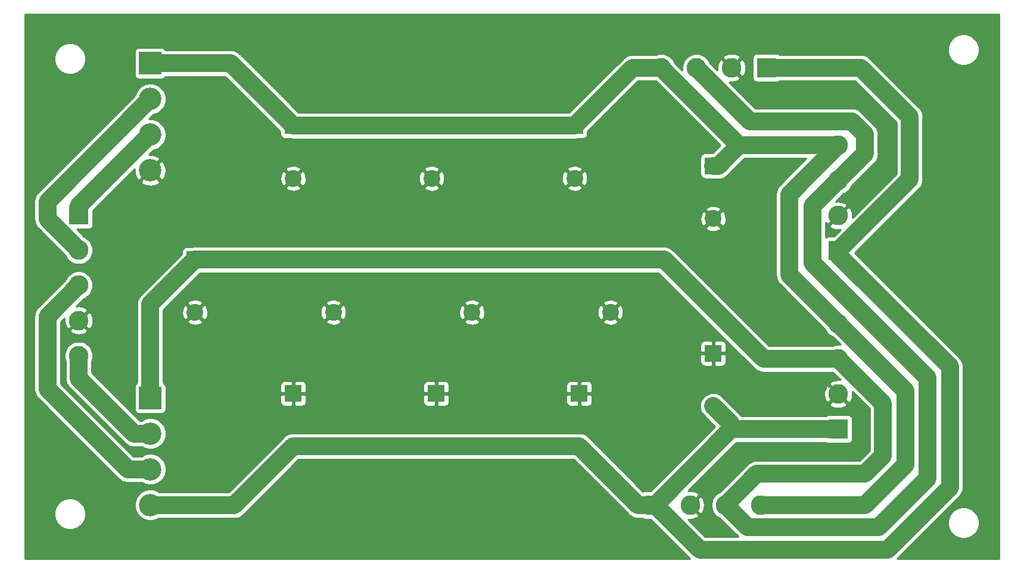
<source format=gbr>
%TF.GenerationSoftware,KiCad,Pcbnew,(5.1.10)-1*%
%TF.CreationDate,2021-09-27T18:55:40-04:00*%
%TF.ProjectId,noname,6e6f6e61-6d65-42e6-9b69-6361645f7063,rev?*%
%TF.SameCoordinates,Original*%
%TF.FileFunction,Copper,L2,Bot*%
%TF.FilePolarity,Positive*%
%FSLAX46Y46*%
G04 Gerber Fmt 4.6, Leading zero omitted, Abs format (unit mm)*
G04 Created by KiCad (PCBNEW (5.1.10)-1) date 2021-09-27 18:55:40*
%MOMM*%
%LPD*%
G01*
G04 APERTURE LIST*
%TA.AperFunction,ComponentPad*%
%ADD10R,2.400000X2.400000*%
%TD*%
%TA.AperFunction,ComponentPad*%
%ADD11C,2.400000*%
%TD*%
%TA.AperFunction,ComponentPad*%
%ADD12C,3.200000*%
%TD*%
%TA.AperFunction,ComponentPad*%
%ADD13R,3.200000X3.200000*%
%TD*%
%TA.AperFunction,ComponentPad*%
%ADD14R,2.800000X2.800000*%
%TD*%
%TA.AperFunction,ComponentPad*%
%ADD15C,2.800000*%
%TD*%
%TA.AperFunction,Conductor*%
%ADD16C,2.500000*%
%TD*%
%TA.AperFunction,Conductor*%
%ADD17C,0.254000*%
%TD*%
%TA.AperFunction,Conductor*%
%ADD18C,0.100000*%
%TD*%
G04 APERTURE END LIST*
D10*
%TO.P,C12,1*%
%TO.N,GND*%
X257175000Y-116205000D03*
D11*
%TO.P,C12,2*%
%TO.N,Net-(C10-Pad2)*%
X257175000Y-123705000D03*
%TD*%
D10*
%TO.P,C4,1*%
%TO.N,Net-(C1-Pad1)*%
X237490000Y-83820000D03*
D11*
%TO.P,C4,2*%
%TO.N,GND*%
X237490000Y-91320000D03*
%TD*%
%TO.P,C1,2*%
%TO.N,GND*%
X257175000Y-97035000D03*
D10*
%TO.P,C1,1*%
%TO.N,Net-(C1-Pad1)*%
X257175000Y-89535000D03*
%TD*%
%TO.P,C2,1*%
%TO.N,Net-(C1-Pad1)*%
X197485000Y-83820000D03*
D11*
%TO.P,C2,2*%
%TO.N,GND*%
X197485000Y-91320000D03*
%TD*%
%TO.P,C3,2*%
%TO.N,GND*%
X217170000Y-91320000D03*
D10*
%TO.P,C3,1*%
%TO.N,Net-(C1-Pad1)*%
X217170000Y-83820000D03*
%TD*%
D11*
%TO.P,C5,2*%
%TO.N,GND*%
X222885000Y-110370000D03*
D10*
%TO.P,C5,1*%
%TO.N,Net-(C5-Pad1)*%
X222885000Y-102870000D03*
%TD*%
%TO.P,C6,1*%
%TO.N,Net-(C5-Pad1)*%
X203200000Y-102870000D03*
D11*
%TO.P,C6,2*%
%TO.N,GND*%
X203200000Y-110370000D03*
%TD*%
%TO.P,C7,2*%
%TO.N,GND*%
X183515000Y-110370000D03*
D10*
%TO.P,C7,1*%
%TO.N,Net-(C5-Pad1)*%
X183515000Y-102870000D03*
%TD*%
%TO.P,C8,1*%
%TO.N,Net-(C5-Pad1)*%
X242570000Y-102870000D03*
D11*
%TO.P,C8,2*%
%TO.N,GND*%
X242570000Y-110370000D03*
%TD*%
%TO.P,C9,2*%
%TO.N,Net-(C10-Pad2)*%
X238125000Y-129420000D03*
D10*
%TO.P,C9,1*%
%TO.N,GND*%
X238125000Y-121920000D03*
%TD*%
%TO.P,C10,1*%
%TO.N,GND*%
X197485000Y-121920000D03*
D11*
%TO.P,C10,2*%
%TO.N,Net-(C10-Pad2)*%
X197485000Y-129420000D03*
%TD*%
%TO.P,C11,2*%
%TO.N,Net-(C10-Pad2)*%
X217805000Y-129420000D03*
D10*
%TO.P,C11,1*%
%TO.N,GND*%
X217805000Y-121920000D03*
%TD*%
D12*
%TO.P,D1,4*%
%TO.N,Net-(C10-Pad2)*%
X177165000Y-137795000D03*
%TO.P,D1,3*%
%TO.N,Net-(D1-Pad3)*%
X177165000Y-132715000D03*
%TO.P,D1,2*%
%TO.N,Net-(D1-Pad2)*%
X177165000Y-127635000D03*
D13*
%TO.P,D1,1*%
%TO.N,Net-(C5-Pad1)*%
X177165000Y-122555000D03*
%TD*%
%TO.P,D2,1*%
%TO.N,Net-(C1-Pad1)*%
X177165000Y-74930000D03*
D12*
%TO.P,D2,2*%
%TO.N,Net-(D2-Pad2)*%
X177165000Y-80010000D03*
%TO.P,D2,3*%
%TO.N,Net-(D2-Pad3)*%
X177165000Y-85090000D03*
%TO.P,D2,4*%
%TO.N,GND*%
X177165000Y-90170000D03*
%TD*%
D14*
%TO.P,J1,1*%
%TO.N,Net-(D2-Pad3)*%
X167005000Y-96520000D03*
D15*
%TO.P,J1,2*%
%TO.N,Net-(D2-Pad2)*%
X167005000Y-101520000D03*
%TO.P,J1,3*%
%TO.N,Net-(D1-Pad3)*%
X167005000Y-106520000D03*
%TO.P,J1,4*%
%TO.N,GND*%
X167005000Y-111520000D03*
%TO.P,J1,5*%
%TO.N,Net-(D1-Pad2)*%
X167005000Y-116520000D03*
%TD*%
%TO.P,J2,4*%
%TO.N,Net-(C1-Pad1)*%
X249795000Y-75565000D03*
%TO.P,J2,3*%
%TO.N,Net-(C5-Pad1)*%
X254795000Y-75565000D03*
%TO.P,J2,2*%
%TO.N,GND*%
X259795000Y-75565000D03*
D14*
%TO.P,J2,1*%
%TO.N,Net-(C10-Pad2)*%
X264795000Y-75565000D03*
%TD*%
%TO.P,J3,1*%
%TO.N,Net-(C10-Pad2)*%
X248920000Y-137795000D03*
D15*
%TO.P,J3,2*%
%TO.N,GND*%
X253920000Y-137795000D03*
%TO.P,J3,3*%
%TO.N,Net-(C5-Pad1)*%
X258920000Y-137795000D03*
%TO.P,J3,4*%
%TO.N,Net-(C1-Pad1)*%
X263920000Y-137795000D03*
%TD*%
%TO.P,J4,4*%
%TO.N,Net-(C1-Pad1)*%
X274955000Y-86600000D03*
%TO.P,J4,3*%
%TO.N,Net-(C5-Pad1)*%
X274955000Y-91600000D03*
%TO.P,J4,2*%
%TO.N,GND*%
X274955000Y-96600000D03*
D14*
%TO.P,J4,1*%
%TO.N,Net-(C10-Pad2)*%
X274955000Y-101600000D03*
%TD*%
%TO.P,J5,1*%
%TO.N,Net-(C10-Pad2)*%
X274955000Y-127000000D03*
D15*
%TO.P,J5,2*%
%TO.N,GND*%
X274955000Y-122000000D03*
%TO.P,J5,3*%
%TO.N,Net-(C5-Pad1)*%
X274955000Y-117000000D03*
%TO.P,J5,4*%
%TO.N,Net-(C1-Pad1)*%
X274955000Y-112000000D03*
%TD*%
D16*
%TO.N,Net-(C1-Pad1)*%
X284480000Y-132080000D02*
X284480000Y-121525000D01*
X278765000Y-137795000D02*
X284480000Y-132080000D01*
X284480000Y-121525000D02*
X274955000Y-112000000D01*
X263920000Y-137795000D02*
X278765000Y-137795000D01*
X260830000Y-86600000D02*
X274955000Y-86600000D01*
X249795000Y-75565000D02*
X260830000Y-86600000D01*
X257895000Y-89535000D02*
X260830000Y-86600000D01*
X257175000Y-89535000D02*
X257895000Y-89535000D01*
X245745000Y-75565000D02*
X237490000Y-83820000D01*
X249795000Y-75565000D02*
X245745000Y-75565000D01*
X237490000Y-83820000D02*
X217170000Y-83820000D01*
X197485000Y-83820000D02*
X217170000Y-83820000D01*
X267970000Y-105015000D02*
X274955000Y-112000000D01*
X267970000Y-93585000D02*
X267970000Y-105015000D01*
X274955000Y-86600000D02*
X267970000Y-93585000D01*
X188595000Y-74930000D02*
X197485000Y-83820000D01*
X177165000Y-74930000D02*
X188595000Y-74930000D01*
%TO.N,Net-(C5-Pad1)*%
X258920000Y-137795000D02*
X263365000Y-133350000D01*
X263365000Y-133350000D02*
X278765000Y-133350000D01*
X278765000Y-133350000D02*
X281305000Y-130810000D01*
X281305000Y-123350000D02*
X274955000Y-117000000D01*
X281305000Y-130810000D02*
X281305000Y-123350000D01*
X254795000Y-75565000D02*
X262415000Y-83185000D01*
X262415000Y-83185000D02*
X276860000Y-83185000D01*
X276860000Y-83185000D02*
X278765000Y-85090000D01*
X278765000Y-87790000D02*
X274955000Y-91600000D01*
X278765000Y-85090000D02*
X278765000Y-87790000D01*
X183515000Y-102870000D02*
X203200000Y-102870000D01*
X203200000Y-102870000D02*
X222885000Y-102870000D01*
X222885000Y-102870000D02*
X242570000Y-102870000D01*
X264320000Y-117000000D02*
X274955000Y-117000000D01*
X250190000Y-102870000D02*
X264320000Y-117000000D01*
X242570000Y-102870000D02*
X250190000Y-102870000D01*
X274955000Y-91600000D02*
X271305000Y-95250000D01*
X271305000Y-103360002D02*
X287655000Y-119710002D01*
X271305000Y-95250000D02*
X271305000Y-103360002D01*
X287655000Y-119710002D02*
X287655000Y-133985000D01*
X287655000Y-133985000D02*
X280670000Y-140970000D01*
X262095000Y-140970000D02*
X258920000Y-137795000D01*
X280670000Y-140970000D02*
X262095000Y-140970000D01*
X177165000Y-109220000D02*
X183515000Y-102870000D01*
X177165000Y-122555000D02*
X177165000Y-109220000D01*
%TO.N,Net-(C10-Pad2)*%
X259715000Y-127000000D02*
X274955000Y-127000000D01*
X248920000Y-137795000D02*
X259715000Y-127000000D01*
X264795000Y-75565000D02*
X278130000Y-75565000D01*
X278130000Y-75565000D02*
X285115000Y-82550000D01*
X285115000Y-82550000D02*
X285115000Y-91440000D01*
X246500000Y-137795000D02*
X238125000Y-129420000D01*
X248920000Y-137795000D02*
X246500000Y-137795000D01*
X259715000Y-126245000D02*
X259715000Y-127000000D01*
X257175000Y-123705000D02*
X259715000Y-126245000D01*
X238125000Y-129420000D02*
X217805000Y-129420000D01*
X217805000Y-129420000D02*
X197485000Y-129420000D01*
X285115000Y-91440000D02*
X274955000Y-101600000D01*
X255270000Y-144145000D02*
X248920000Y-137795000D01*
X281940000Y-144145000D02*
X255270000Y-144145000D01*
X290830000Y-135255000D02*
X281940000Y-144145000D01*
X290830000Y-118110000D02*
X290830000Y-135255000D01*
X274955000Y-102235000D02*
X290830000Y-118110000D01*
X274955000Y-101600000D02*
X274955000Y-102235000D01*
X189110000Y-137795000D02*
X197485000Y-129420000D01*
X177165000Y-137795000D02*
X189110000Y-137795000D01*
%TO.N,Net-(D1-Pad3)*%
X162560000Y-110965000D02*
X167005000Y-106520000D01*
X162560000Y-121285000D02*
X162560000Y-110965000D01*
X173990000Y-132715000D02*
X162560000Y-121285000D01*
X177165000Y-132715000D02*
X173990000Y-132715000D01*
%TO.N,Net-(D1-Pad2)*%
X167005000Y-119737741D02*
X167005000Y-116520000D01*
X174902259Y-127635000D02*
X167005000Y-119737741D01*
X177165000Y-127635000D02*
X174902259Y-127635000D01*
%TO.N,Net-(D2-Pad2)*%
X177165000Y-80010000D02*
X162560000Y-94615000D01*
X162560000Y-97075000D02*
X167005000Y-101520000D01*
X162560000Y-94615000D02*
X162560000Y-97075000D01*
%TO.N,Net-(D2-Pad3)*%
X167005000Y-95250000D02*
X167005000Y-96520000D01*
X177165000Y-85090000D02*
X167005000Y-95250000D01*
%TD*%
D17*
%TO.N,GND*%
X297790000Y-145390000D02*
X283360792Y-145390000D01*
X288635920Y-140114872D01*
X290500000Y-140114872D01*
X290500000Y-140555128D01*
X290585890Y-140986925D01*
X290754369Y-141393669D01*
X290998962Y-141759729D01*
X291310271Y-142071038D01*
X291676331Y-142315631D01*
X292083075Y-142484110D01*
X292514872Y-142570000D01*
X292955128Y-142570000D01*
X293386925Y-142484110D01*
X293793669Y-142315631D01*
X294159729Y-142071038D01*
X294471038Y-141759729D01*
X294715631Y-141393669D01*
X294884110Y-140986925D01*
X294970000Y-140555128D01*
X294970000Y-140114872D01*
X294884110Y-139683075D01*
X294715631Y-139276331D01*
X294471038Y-138910271D01*
X294159729Y-138598962D01*
X293793669Y-138354369D01*
X293386925Y-138185890D01*
X292955128Y-138100000D01*
X292514872Y-138100000D01*
X292083075Y-138185890D01*
X291676331Y-138354369D01*
X291310271Y-138598962D01*
X290998962Y-138910271D01*
X290754369Y-139276331D01*
X290585890Y-139683075D01*
X290500000Y-140114872D01*
X288635920Y-140114872D01*
X292097423Y-136653370D01*
X292169345Y-136594345D01*
X292332944Y-136395000D01*
X292404903Y-136307317D01*
X292424572Y-136270518D01*
X292579939Y-135979848D01*
X292687725Y-135624524D01*
X292715000Y-135347597D01*
X292724120Y-135255000D01*
X292715000Y-135162403D01*
X292715000Y-118202586D01*
X292724119Y-118109999D01*
X292715000Y-118017412D01*
X292715000Y-118017403D01*
X292687725Y-117740476D01*
X292579939Y-117385152D01*
X292404903Y-117057683D01*
X292169345Y-116770655D01*
X292097423Y-116711630D01*
X277303292Y-101917500D01*
X286382423Y-92838370D01*
X286454345Y-92779345D01*
X286558595Y-92652317D01*
X286689903Y-92492317D01*
X286758091Y-92364746D01*
X286864939Y-92164848D01*
X286972725Y-91809524D01*
X287000000Y-91532597D01*
X287009120Y-91440000D01*
X287000000Y-91347403D01*
X287000000Y-82642597D01*
X287009120Y-82550000D01*
X286972725Y-82180476D01*
X286958227Y-82132682D01*
X286864939Y-81825152D01*
X286689903Y-81497683D01*
X286638511Y-81435062D01*
X286513372Y-81282579D01*
X286513370Y-81282577D01*
X286454345Y-81210655D01*
X286382423Y-81151630D01*
X279528374Y-74297582D01*
X279469345Y-74225655D01*
X279182317Y-73990097D01*
X278854848Y-73815061D01*
X278499524Y-73707275D01*
X278222597Y-73680000D01*
X278222589Y-73680000D01*
X278130000Y-73670881D01*
X278037411Y-73680000D01*
X266604981Y-73680000D01*
X266549494Y-73634463D01*
X266439180Y-73575498D01*
X266319482Y-73539188D01*
X266195000Y-73526928D01*
X263395000Y-73526928D01*
X263270518Y-73539188D01*
X263150820Y-73575498D01*
X263040506Y-73634463D01*
X262943815Y-73713815D01*
X262864463Y-73810506D01*
X262805498Y-73920820D01*
X262769188Y-74040518D01*
X262756928Y-74165000D01*
X262756928Y-76965000D01*
X262769188Y-77089482D01*
X262805498Y-77209180D01*
X262864463Y-77319494D01*
X262943815Y-77416185D01*
X263040506Y-77495537D01*
X263150820Y-77554502D01*
X263270518Y-77590812D01*
X263395000Y-77603072D01*
X266195000Y-77603072D01*
X266319482Y-77590812D01*
X266439180Y-77554502D01*
X266549494Y-77495537D01*
X266604981Y-77450000D01*
X277349208Y-77450000D01*
X283230000Y-83330793D01*
X283230001Y-90659206D01*
X276971839Y-96917369D01*
X276999310Y-96553223D01*
X276950904Y-96155296D01*
X276825795Y-95774460D01*
X276680770Y-95503135D01*
X276375447Y-95359158D01*
X275134605Y-96600000D01*
X275148748Y-96614143D01*
X274969143Y-96793748D01*
X274955000Y-96779605D01*
X273714158Y-98020447D01*
X273858135Y-98325770D01*
X274215892Y-98506597D01*
X274602053Y-98614155D01*
X275001777Y-98644310D01*
X275278568Y-98610640D01*
X274327280Y-99561928D01*
X273555000Y-99561928D01*
X273430518Y-99574188D01*
X273310820Y-99610498D01*
X273200506Y-99669463D01*
X273190000Y-99678085D01*
X273190000Y-97623470D01*
X273229230Y-97696865D01*
X273534553Y-97840842D01*
X274775395Y-96600000D01*
X274761253Y-96585858D01*
X274940858Y-96406253D01*
X274955000Y-96420395D01*
X276195842Y-95179553D01*
X276051865Y-94874230D01*
X275694108Y-94693403D01*
X275307947Y-94585845D01*
X274908223Y-94555690D01*
X274631432Y-94589360D01*
X275745603Y-93475189D01*
X275918934Y-93403393D01*
X276252237Y-93180687D01*
X276535687Y-92897237D01*
X276758393Y-92563934D01*
X276830189Y-92390603D01*
X280032423Y-89188370D01*
X280104345Y-89129345D01*
X280339903Y-88842317D01*
X280514939Y-88514848D01*
X280622725Y-88159524D01*
X280650000Y-87882597D01*
X280659120Y-87790000D01*
X280650000Y-87697403D01*
X280650000Y-85182589D01*
X280659119Y-85090000D01*
X280650000Y-84997411D01*
X280650000Y-84997403D01*
X280622725Y-84720476D01*
X280514939Y-84365152D01*
X280339903Y-84037683D01*
X280104345Y-83750655D01*
X280032423Y-83691630D01*
X278258374Y-81917582D01*
X278199345Y-81845655D01*
X277912317Y-81610097D01*
X277584848Y-81435061D01*
X277229524Y-81327275D01*
X276952597Y-81300000D01*
X276952589Y-81300000D01*
X276860000Y-81290881D01*
X276767411Y-81300000D01*
X263195793Y-81300000D01*
X259477631Y-77581839D01*
X259841777Y-77609310D01*
X260239704Y-77560904D01*
X260620540Y-77435795D01*
X260891865Y-77290770D01*
X261035842Y-76985447D01*
X259795000Y-75744605D01*
X259780858Y-75758748D01*
X259601253Y-75579143D01*
X259615395Y-75565000D01*
X259974605Y-75565000D01*
X261215447Y-76805842D01*
X261520770Y-76661865D01*
X261701597Y-76304108D01*
X261809155Y-75917947D01*
X261839310Y-75518223D01*
X261790904Y-75120296D01*
X261665795Y-74739460D01*
X261520770Y-74468135D01*
X261215447Y-74324158D01*
X259974605Y-75565000D01*
X259615395Y-75565000D01*
X258374553Y-74324158D01*
X258069230Y-74468135D01*
X257888403Y-74825892D01*
X257780845Y-75212053D01*
X257750690Y-75611777D01*
X257784360Y-75888568D01*
X256670189Y-74774397D01*
X256598393Y-74601066D01*
X256375687Y-74267763D01*
X256252477Y-74144553D01*
X258554158Y-74144553D01*
X259795000Y-75385395D01*
X261035842Y-74144553D01*
X260891865Y-73839230D01*
X260534108Y-73658403D01*
X260147947Y-73550845D01*
X259748223Y-73520690D01*
X259350296Y-73569096D01*
X258969460Y-73694205D01*
X258698135Y-73839230D01*
X258554158Y-74144553D01*
X256252477Y-74144553D01*
X256092237Y-73984313D01*
X255758934Y-73761607D01*
X255388587Y-73608204D01*
X254995430Y-73530000D01*
X254594570Y-73530000D01*
X254201413Y-73608204D01*
X253831066Y-73761607D01*
X253497763Y-73984313D01*
X253214313Y-74267763D01*
X252991607Y-74601066D01*
X252838204Y-74971413D01*
X252760000Y-75364570D01*
X252760000Y-75765430D01*
X252784527Y-75888735D01*
X251670189Y-74774397D01*
X251598393Y-74601066D01*
X251375687Y-74267763D01*
X251092237Y-73984313D01*
X250758934Y-73761607D01*
X250388587Y-73608204D01*
X249995430Y-73530000D01*
X249594570Y-73530000D01*
X249201413Y-73608204D01*
X249028082Y-73680000D01*
X245837589Y-73680000D01*
X245745000Y-73670881D01*
X245652411Y-73680000D01*
X245652403Y-73680000D01*
X245407662Y-73704105D01*
X245375475Y-73707275D01*
X245353916Y-73713815D01*
X245020152Y-73815061D01*
X244692683Y-73990097D01*
X244543979Y-74112136D01*
X244477579Y-74166628D01*
X244477577Y-74166630D01*
X244405655Y-74225655D01*
X244346630Y-74297577D01*
X236709208Y-81935000D01*
X198265793Y-81935000D01*
X189993374Y-73662582D01*
X189934345Y-73590655D01*
X189647317Y-73355097D01*
X189319848Y-73180061D01*
X188964524Y-73072275D01*
X188687597Y-73045000D01*
X188687589Y-73045000D01*
X188595000Y-73035881D01*
X188502411Y-73045000D01*
X179332683Y-73045000D01*
X179295537Y-72975506D01*
X179216185Y-72878815D01*
X179126085Y-72804872D01*
X290500000Y-72804872D01*
X290500000Y-73245128D01*
X290585890Y-73676925D01*
X290754369Y-74083669D01*
X290998962Y-74449729D01*
X291310271Y-74761038D01*
X291676331Y-75005631D01*
X292083075Y-75174110D01*
X292514872Y-75260000D01*
X292955128Y-75260000D01*
X293386925Y-75174110D01*
X293793669Y-75005631D01*
X294159729Y-74761038D01*
X294471038Y-74449729D01*
X294715631Y-74083669D01*
X294884110Y-73676925D01*
X294970000Y-73245128D01*
X294970000Y-72804872D01*
X294884110Y-72373075D01*
X294715631Y-71966331D01*
X294471038Y-71600271D01*
X294159729Y-71288962D01*
X293793669Y-71044369D01*
X293386925Y-70875890D01*
X292955128Y-70790000D01*
X292514872Y-70790000D01*
X292083075Y-70875890D01*
X291676331Y-71044369D01*
X291310271Y-71288962D01*
X290998962Y-71600271D01*
X290754369Y-71966331D01*
X290585890Y-72373075D01*
X290500000Y-72804872D01*
X179126085Y-72804872D01*
X179119494Y-72799463D01*
X179009180Y-72740498D01*
X178889482Y-72704188D01*
X178765000Y-72691928D01*
X175565000Y-72691928D01*
X175440518Y-72704188D01*
X175320820Y-72740498D01*
X175210506Y-72799463D01*
X175113815Y-72878815D01*
X175034463Y-72975506D01*
X174975498Y-73085820D01*
X174939188Y-73205518D01*
X174926928Y-73330000D01*
X174926928Y-76530000D01*
X174939188Y-76654482D01*
X174975498Y-76774180D01*
X175034463Y-76884494D01*
X175113815Y-76981185D01*
X175210506Y-77060537D01*
X175320820Y-77119502D01*
X175440518Y-77155812D01*
X175565000Y-77168072D01*
X178765000Y-77168072D01*
X178889482Y-77155812D01*
X179009180Y-77119502D01*
X179119494Y-77060537D01*
X179216185Y-76981185D01*
X179295537Y-76884494D01*
X179332683Y-76815000D01*
X187814208Y-76815000D01*
X195646928Y-84647721D01*
X195646928Y-85020000D01*
X195659188Y-85144482D01*
X195695498Y-85264180D01*
X195754463Y-85374494D01*
X195833815Y-85471185D01*
X195930506Y-85550537D01*
X196040820Y-85609502D01*
X196160518Y-85645812D01*
X196285000Y-85658072D01*
X197050689Y-85658072D01*
X197115476Y-85677725D01*
X197485000Y-85714120D01*
X197577597Y-85705000D01*
X237397411Y-85705000D01*
X237490000Y-85714119D01*
X237582589Y-85705000D01*
X237582597Y-85705000D01*
X237859524Y-85677725D01*
X237924311Y-85658072D01*
X238690000Y-85658072D01*
X238814482Y-85645812D01*
X238934180Y-85609502D01*
X239044494Y-85550537D01*
X239141185Y-85471185D01*
X239220537Y-85374494D01*
X239279502Y-85264180D01*
X239315812Y-85144482D01*
X239328072Y-85020000D01*
X239328072Y-84647720D01*
X246525793Y-77450000D01*
X249014208Y-77450000D01*
X258164207Y-86600000D01*
X257114208Y-87650000D01*
X257082403Y-87650000D01*
X256805476Y-87677275D01*
X256740689Y-87696928D01*
X255975000Y-87696928D01*
X255850518Y-87709188D01*
X255730820Y-87745498D01*
X255620506Y-87804463D01*
X255523815Y-87883815D01*
X255444463Y-87980506D01*
X255385498Y-88090820D01*
X255349188Y-88210518D01*
X255336928Y-88335000D01*
X255336928Y-89100689D01*
X255317275Y-89165476D01*
X255280880Y-89535000D01*
X255317275Y-89904524D01*
X255336928Y-89969311D01*
X255336928Y-90735000D01*
X255349188Y-90859482D01*
X255385498Y-90979180D01*
X255444463Y-91089494D01*
X255523815Y-91186185D01*
X255620506Y-91265537D01*
X255730820Y-91324502D01*
X255850518Y-91360812D01*
X255975000Y-91373072D01*
X256740689Y-91373072D01*
X256805476Y-91392725D01*
X257082403Y-91420000D01*
X257802411Y-91420000D01*
X257895000Y-91429119D01*
X257987589Y-91420000D01*
X257987597Y-91420000D01*
X258264524Y-91392725D01*
X258329311Y-91373072D01*
X258375000Y-91373072D01*
X258499482Y-91360812D01*
X258619180Y-91324502D01*
X258729494Y-91265537D01*
X258826185Y-91186185D01*
X258843050Y-91165635D01*
X258947317Y-91109903D01*
X259234345Y-90874345D01*
X259293374Y-90802418D01*
X261610793Y-88485000D01*
X270404207Y-88485000D01*
X266702582Y-92186626D01*
X266630655Y-92245655D01*
X266395097Y-92532683D01*
X266220061Y-92860153D01*
X266112275Y-93215477D01*
X266085000Y-93492404D01*
X266085000Y-93492411D01*
X266075881Y-93585000D01*
X266085000Y-93677589D01*
X266085001Y-104922401D01*
X266075881Y-105015000D01*
X266112275Y-105384524D01*
X266220062Y-105739848D01*
X266395098Y-106067317D01*
X266571628Y-106282420D01*
X266571631Y-106282423D01*
X266630656Y-106354345D01*
X266702577Y-106413369D01*
X273079811Y-112790604D01*
X273151607Y-112963934D01*
X273374313Y-113297237D01*
X273657763Y-113580687D01*
X273991066Y-113803393D01*
X274164397Y-113875189D01*
X275278735Y-114989527D01*
X275155430Y-114965000D01*
X274754570Y-114965000D01*
X274361413Y-115043204D01*
X274188082Y-115115000D01*
X265100793Y-115115000D01*
X251588374Y-101602582D01*
X251529345Y-101530655D01*
X251242317Y-101295097D01*
X250914848Y-101120061D01*
X250559524Y-101012275D01*
X250282597Y-100985000D01*
X250282589Y-100985000D01*
X250190000Y-100975881D01*
X250097411Y-100985000D01*
X183607586Y-100985000D01*
X183514999Y-100975881D01*
X183422412Y-100985000D01*
X183422403Y-100985000D01*
X183145476Y-101012275D01*
X183080689Y-101031928D01*
X182315000Y-101031928D01*
X182190518Y-101044188D01*
X182070820Y-101080498D01*
X181960506Y-101139463D01*
X181863815Y-101218815D01*
X181784463Y-101315506D01*
X181725498Y-101425820D01*
X181689188Y-101545518D01*
X181676928Y-101670000D01*
X181676928Y-102042279D01*
X175897577Y-107821631D01*
X175825656Y-107880655D01*
X175766631Y-107952577D01*
X175766628Y-107952580D01*
X175590098Y-108167683D01*
X175415062Y-108495152D01*
X175307275Y-108850476D01*
X175270881Y-109220000D01*
X175280001Y-109312599D01*
X175280000Y-120387317D01*
X175210506Y-120424463D01*
X175113815Y-120503815D01*
X175034463Y-120600506D01*
X174975498Y-120710820D01*
X174939188Y-120830518D01*
X174926928Y-120955000D01*
X174926928Y-124155000D01*
X174939188Y-124279482D01*
X174975498Y-124399180D01*
X175034463Y-124509494D01*
X175113815Y-124606185D01*
X175210506Y-124685537D01*
X175320820Y-124744502D01*
X175440518Y-124780812D01*
X175565000Y-124793072D01*
X178765000Y-124793072D01*
X178889482Y-124780812D01*
X179009180Y-124744502D01*
X179119494Y-124685537D01*
X179216185Y-124606185D01*
X179295537Y-124509494D01*
X179354502Y-124399180D01*
X179390812Y-124279482D01*
X179403072Y-124155000D01*
X179403072Y-123120000D01*
X195646928Y-123120000D01*
X195659188Y-123244482D01*
X195695498Y-123364180D01*
X195754463Y-123474494D01*
X195833815Y-123571185D01*
X195930506Y-123650537D01*
X196040820Y-123709502D01*
X196160518Y-123745812D01*
X196285000Y-123758072D01*
X197199250Y-123755000D01*
X197358000Y-123596250D01*
X197358000Y-122047000D01*
X197612000Y-122047000D01*
X197612000Y-123596250D01*
X197770750Y-123755000D01*
X198685000Y-123758072D01*
X198809482Y-123745812D01*
X198929180Y-123709502D01*
X199039494Y-123650537D01*
X199136185Y-123571185D01*
X199215537Y-123474494D01*
X199274502Y-123364180D01*
X199310812Y-123244482D01*
X199323072Y-123120000D01*
X215966928Y-123120000D01*
X215979188Y-123244482D01*
X216015498Y-123364180D01*
X216074463Y-123474494D01*
X216153815Y-123571185D01*
X216250506Y-123650537D01*
X216360820Y-123709502D01*
X216480518Y-123745812D01*
X216605000Y-123758072D01*
X217519250Y-123755000D01*
X217678000Y-123596250D01*
X217678000Y-122047000D01*
X217932000Y-122047000D01*
X217932000Y-123596250D01*
X218090750Y-123755000D01*
X219005000Y-123758072D01*
X219129482Y-123745812D01*
X219249180Y-123709502D01*
X219359494Y-123650537D01*
X219456185Y-123571185D01*
X219535537Y-123474494D01*
X219594502Y-123364180D01*
X219630812Y-123244482D01*
X219643072Y-123120000D01*
X236286928Y-123120000D01*
X236299188Y-123244482D01*
X236335498Y-123364180D01*
X236394463Y-123474494D01*
X236473815Y-123571185D01*
X236570506Y-123650537D01*
X236680820Y-123709502D01*
X236800518Y-123745812D01*
X236925000Y-123758072D01*
X237839250Y-123755000D01*
X237998000Y-123596250D01*
X237998000Y-122047000D01*
X238252000Y-122047000D01*
X238252000Y-123596250D01*
X238410750Y-123755000D01*
X239325000Y-123758072D01*
X239449482Y-123745812D01*
X239569180Y-123709502D01*
X239679494Y-123650537D01*
X239776185Y-123571185D01*
X239855537Y-123474494D01*
X239914502Y-123364180D01*
X239950812Y-123244482D01*
X239963072Y-123120000D01*
X239960000Y-122205750D01*
X239801250Y-122047000D01*
X238252000Y-122047000D01*
X237998000Y-122047000D01*
X236448750Y-122047000D01*
X236290000Y-122205750D01*
X236286928Y-123120000D01*
X219643072Y-123120000D01*
X219640000Y-122205750D01*
X219481250Y-122047000D01*
X217932000Y-122047000D01*
X217678000Y-122047000D01*
X216128750Y-122047000D01*
X215970000Y-122205750D01*
X215966928Y-123120000D01*
X199323072Y-123120000D01*
X199320000Y-122205750D01*
X199161250Y-122047000D01*
X197612000Y-122047000D01*
X197358000Y-122047000D01*
X195808750Y-122047000D01*
X195650000Y-122205750D01*
X195646928Y-123120000D01*
X179403072Y-123120000D01*
X179403072Y-120955000D01*
X179390812Y-120830518D01*
X179357287Y-120720000D01*
X195646928Y-120720000D01*
X195650000Y-121634250D01*
X195808750Y-121793000D01*
X197358000Y-121793000D01*
X197358000Y-120243750D01*
X197612000Y-120243750D01*
X197612000Y-121793000D01*
X199161250Y-121793000D01*
X199320000Y-121634250D01*
X199323072Y-120720000D01*
X215966928Y-120720000D01*
X215970000Y-121634250D01*
X216128750Y-121793000D01*
X217678000Y-121793000D01*
X217678000Y-120243750D01*
X217932000Y-120243750D01*
X217932000Y-121793000D01*
X219481250Y-121793000D01*
X219640000Y-121634250D01*
X219643072Y-120720000D01*
X236286928Y-120720000D01*
X236290000Y-121634250D01*
X236448750Y-121793000D01*
X237998000Y-121793000D01*
X237998000Y-120243750D01*
X238252000Y-120243750D01*
X238252000Y-121793000D01*
X239801250Y-121793000D01*
X239960000Y-121634250D01*
X239963072Y-120720000D01*
X239950812Y-120595518D01*
X239914502Y-120475820D01*
X239855537Y-120365506D01*
X239776185Y-120268815D01*
X239679494Y-120189463D01*
X239569180Y-120130498D01*
X239449482Y-120094188D01*
X239325000Y-120081928D01*
X238410750Y-120085000D01*
X238252000Y-120243750D01*
X237998000Y-120243750D01*
X237839250Y-120085000D01*
X236925000Y-120081928D01*
X236800518Y-120094188D01*
X236680820Y-120130498D01*
X236570506Y-120189463D01*
X236473815Y-120268815D01*
X236394463Y-120365506D01*
X236335498Y-120475820D01*
X236299188Y-120595518D01*
X236286928Y-120720000D01*
X219643072Y-120720000D01*
X219630812Y-120595518D01*
X219594502Y-120475820D01*
X219535537Y-120365506D01*
X219456185Y-120268815D01*
X219359494Y-120189463D01*
X219249180Y-120130498D01*
X219129482Y-120094188D01*
X219005000Y-120081928D01*
X218090750Y-120085000D01*
X217932000Y-120243750D01*
X217678000Y-120243750D01*
X217519250Y-120085000D01*
X216605000Y-120081928D01*
X216480518Y-120094188D01*
X216360820Y-120130498D01*
X216250506Y-120189463D01*
X216153815Y-120268815D01*
X216074463Y-120365506D01*
X216015498Y-120475820D01*
X215979188Y-120595518D01*
X215966928Y-120720000D01*
X199323072Y-120720000D01*
X199310812Y-120595518D01*
X199274502Y-120475820D01*
X199215537Y-120365506D01*
X199136185Y-120268815D01*
X199039494Y-120189463D01*
X198929180Y-120130498D01*
X198809482Y-120094188D01*
X198685000Y-120081928D01*
X197770750Y-120085000D01*
X197612000Y-120243750D01*
X197358000Y-120243750D01*
X197199250Y-120085000D01*
X196285000Y-120081928D01*
X196160518Y-120094188D01*
X196040820Y-120130498D01*
X195930506Y-120189463D01*
X195833815Y-120268815D01*
X195754463Y-120365506D01*
X195695498Y-120475820D01*
X195659188Y-120595518D01*
X195646928Y-120720000D01*
X179357287Y-120720000D01*
X179354502Y-120710820D01*
X179295537Y-120600506D01*
X179216185Y-120503815D01*
X179119494Y-120424463D01*
X179050000Y-120387317D01*
X179050000Y-117405000D01*
X255336928Y-117405000D01*
X255349188Y-117529482D01*
X255385498Y-117649180D01*
X255444463Y-117759494D01*
X255523815Y-117856185D01*
X255620506Y-117935537D01*
X255730820Y-117994502D01*
X255850518Y-118030812D01*
X255975000Y-118043072D01*
X256889250Y-118040000D01*
X257048000Y-117881250D01*
X257048000Y-116332000D01*
X257302000Y-116332000D01*
X257302000Y-117881250D01*
X257460750Y-118040000D01*
X258375000Y-118043072D01*
X258499482Y-118030812D01*
X258619180Y-117994502D01*
X258729494Y-117935537D01*
X258826185Y-117856185D01*
X258905537Y-117759494D01*
X258964502Y-117649180D01*
X259000812Y-117529482D01*
X259013072Y-117405000D01*
X259010000Y-116490750D01*
X258851250Y-116332000D01*
X257302000Y-116332000D01*
X257048000Y-116332000D01*
X255498750Y-116332000D01*
X255340000Y-116490750D01*
X255336928Y-117405000D01*
X179050000Y-117405000D01*
X179050000Y-115005000D01*
X255336928Y-115005000D01*
X255340000Y-115919250D01*
X255498750Y-116078000D01*
X257048000Y-116078000D01*
X257048000Y-114528750D01*
X257302000Y-114528750D01*
X257302000Y-116078000D01*
X258851250Y-116078000D01*
X259010000Y-115919250D01*
X259013072Y-115005000D01*
X259000812Y-114880518D01*
X258964502Y-114760820D01*
X258905537Y-114650506D01*
X258826185Y-114553815D01*
X258729494Y-114474463D01*
X258619180Y-114415498D01*
X258499482Y-114379188D01*
X258375000Y-114366928D01*
X257460750Y-114370000D01*
X257302000Y-114528750D01*
X257048000Y-114528750D01*
X256889250Y-114370000D01*
X255975000Y-114366928D01*
X255850518Y-114379188D01*
X255730820Y-114415498D01*
X255620506Y-114474463D01*
X255523815Y-114553815D01*
X255444463Y-114650506D01*
X255385498Y-114760820D01*
X255349188Y-114880518D01*
X255336928Y-115005000D01*
X179050000Y-115005000D01*
X179050000Y-111647980D01*
X182416626Y-111647980D01*
X182536514Y-111932836D01*
X182860210Y-112093699D01*
X183209069Y-112188322D01*
X183569684Y-112213067D01*
X183928198Y-112166985D01*
X184270833Y-112051846D01*
X184493486Y-111932836D01*
X184613374Y-111647980D01*
X202101626Y-111647980D01*
X202221514Y-111932836D01*
X202545210Y-112093699D01*
X202894069Y-112188322D01*
X203254684Y-112213067D01*
X203613198Y-112166985D01*
X203955833Y-112051846D01*
X204178486Y-111932836D01*
X204298374Y-111647980D01*
X221786626Y-111647980D01*
X221906514Y-111932836D01*
X222230210Y-112093699D01*
X222579069Y-112188322D01*
X222939684Y-112213067D01*
X223298198Y-112166985D01*
X223640833Y-112051846D01*
X223863486Y-111932836D01*
X223983374Y-111647980D01*
X241471626Y-111647980D01*
X241591514Y-111932836D01*
X241915210Y-112093699D01*
X242264069Y-112188322D01*
X242624684Y-112213067D01*
X242983198Y-112166985D01*
X243325833Y-112051846D01*
X243548486Y-111932836D01*
X243668374Y-111647980D01*
X242570000Y-110549605D01*
X241471626Y-111647980D01*
X223983374Y-111647980D01*
X222885000Y-110549605D01*
X221786626Y-111647980D01*
X204298374Y-111647980D01*
X203200000Y-110549605D01*
X202101626Y-111647980D01*
X184613374Y-111647980D01*
X183515000Y-110549605D01*
X182416626Y-111647980D01*
X179050000Y-111647980D01*
X179050000Y-110424684D01*
X181671933Y-110424684D01*
X181718015Y-110783198D01*
X181833154Y-111125833D01*
X181952164Y-111348486D01*
X182237020Y-111468374D01*
X183335395Y-110370000D01*
X183694605Y-110370000D01*
X184792980Y-111468374D01*
X185077836Y-111348486D01*
X185238699Y-111024790D01*
X185333322Y-110675931D01*
X185350562Y-110424684D01*
X201356933Y-110424684D01*
X201403015Y-110783198D01*
X201518154Y-111125833D01*
X201637164Y-111348486D01*
X201922020Y-111468374D01*
X203020395Y-110370000D01*
X203379605Y-110370000D01*
X204477980Y-111468374D01*
X204762836Y-111348486D01*
X204923699Y-111024790D01*
X205018322Y-110675931D01*
X205035562Y-110424684D01*
X221041933Y-110424684D01*
X221088015Y-110783198D01*
X221203154Y-111125833D01*
X221322164Y-111348486D01*
X221607020Y-111468374D01*
X222705395Y-110370000D01*
X223064605Y-110370000D01*
X224162980Y-111468374D01*
X224447836Y-111348486D01*
X224608699Y-111024790D01*
X224703322Y-110675931D01*
X224720562Y-110424684D01*
X240726933Y-110424684D01*
X240773015Y-110783198D01*
X240888154Y-111125833D01*
X241007164Y-111348486D01*
X241292020Y-111468374D01*
X242390395Y-110370000D01*
X242749605Y-110370000D01*
X243847980Y-111468374D01*
X244132836Y-111348486D01*
X244293699Y-111024790D01*
X244388322Y-110675931D01*
X244413067Y-110315316D01*
X244366985Y-109956802D01*
X244251846Y-109614167D01*
X244132836Y-109391514D01*
X243847980Y-109271626D01*
X242749605Y-110370000D01*
X242390395Y-110370000D01*
X241292020Y-109271626D01*
X241007164Y-109391514D01*
X240846301Y-109715210D01*
X240751678Y-110064069D01*
X240726933Y-110424684D01*
X224720562Y-110424684D01*
X224728067Y-110315316D01*
X224681985Y-109956802D01*
X224566846Y-109614167D01*
X224447836Y-109391514D01*
X224162980Y-109271626D01*
X223064605Y-110370000D01*
X222705395Y-110370000D01*
X221607020Y-109271626D01*
X221322164Y-109391514D01*
X221161301Y-109715210D01*
X221066678Y-110064069D01*
X221041933Y-110424684D01*
X205035562Y-110424684D01*
X205043067Y-110315316D01*
X204996985Y-109956802D01*
X204881846Y-109614167D01*
X204762836Y-109391514D01*
X204477980Y-109271626D01*
X203379605Y-110370000D01*
X203020395Y-110370000D01*
X201922020Y-109271626D01*
X201637164Y-109391514D01*
X201476301Y-109715210D01*
X201381678Y-110064069D01*
X201356933Y-110424684D01*
X185350562Y-110424684D01*
X185358067Y-110315316D01*
X185311985Y-109956802D01*
X185196846Y-109614167D01*
X185077836Y-109391514D01*
X184792980Y-109271626D01*
X183694605Y-110370000D01*
X183335395Y-110370000D01*
X182237020Y-109271626D01*
X181952164Y-109391514D01*
X181791301Y-109715210D01*
X181696678Y-110064069D01*
X181671933Y-110424684D01*
X179050000Y-110424684D01*
X179050000Y-110000792D01*
X179958772Y-109092020D01*
X182416626Y-109092020D01*
X183515000Y-110190395D01*
X184613374Y-109092020D01*
X202101626Y-109092020D01*
X203200000Y-110190395D01*
X204298374Y-109092020D01*
X221786626Y-109092020D01*
X222885000Y-110190395D01*
X223983374Y-109092020D01*
X241471626Y-109092020D01*
X242570000Y-110190395D01*
X243668374Y-109092020D01*
X243548486Y-108807164D01*
X243224790Y-108646301D01*
X242875931Y-108551678D01*
X242515316Y-108526933D01*
X242156802Y-108573015D01*
X241814167Y-108688154D01*
X241591514Y-108807164D01*
X241471626Y-109092020D01*
X223983374Y-109092020D01*
X223863486Y-108807164D01*
X223539790Y-108646301D01*
X223190931Y-108551678D01*
X222830316Y-108526933D01*
X222471802Y-108573015D01*
X222129167Y-108688154D01*
X221906514Y-108807164D01*
X221786626Y-109092020D01*
X204298374Y-109092020D01*
X204178486Y-108807164D01*
X203854790Y-108646301D01*
X203505931Y-108551678D01*
X203145316Y-108526933D01*
X202786802Y-108573015D01*
X202444167Y-108688154D01*
X202221514Y-108807164D01*
X202101626Y-109092020D01*
X184613374Y-109092020D01*
X184493486Y-108807164D01*
X184169790Y-108646301D01*
X183820931Y-108551678D01*
X183460316Y-108526933D01*
X183101802Y-108573015D01*
X182759167Y-108688154D01*
X182536514Y-108807164D01*
X182416626Y-109092020D01*
X179958772Y-109092020D01*
X184295793Y-104755000D01*
X249409208Y-104755000D01*
X262921630Y-118267423D01*
X262980655Y-118339345D01*
X263052577Y-118398370D01*
X263052579Y-118398372D01*
X263106448Y-118442581D01*
X263267683Y-118574903D01*
X263595152Y-118749939D01*
X263950476Y-118857725D01*
X264320000Y-118894120D01*
X264412597Y-118885000D01*
X274174208Y-118885000D01*
X275272369Y-119983161D01*
X274908223Y-119955690D01*
X274510296Y-120004096D01*
X274129460Y-120129205D01*
X273858135Y-120274230D01*
X273714158Y-120579553D01*
X274955000Y-121820395D01*
X274969143Y-121806253D01*
X275148748Y-121985858D01*
X275134605Y-122000000D01*
X276375447Y-123240842D01*
X276680770Y-123096865D01*
X276861597Y-122739108D01*
X276969155Y-122352947D01*
X276999310Y-121953223D01*
X276965640Y-121676432D01*
X279420001Y-124130794D01*
X279420000Y-130029208D01*
X277984208Y-131465000D01*
X263457586Y-131465000D01*
X263364999Y-131455881D01*
X263272412Y-131465000D01*
X263272403Y-131465000D01*
X262995476Y-131492275D01*
X262640152Y-131600061D01*
X262312683Y-131775097D01*
X262312681Y-131775098D01*
X262312682Y-131775098D01*
X262097579Y-131951628D01*
X262097577Y-131951630D01*
X262025655Y-132010655D01*
X261966630Y-132082577D01*
X258129397Y-135919811D01*
X257956066Y-135991607D01*
X257622763Y-136214313D01*
X257339313Y-136497763D01*
X257116607Y-136831066D01*
X256963204Y-137201413D01*
X256885000Y-137594570D01*
X256885000Y-137995430D01*
X256963204Y-138388587D01*
X257116607Y-138758934D01*
X257339313Y-139092237D01*
X257622763Y-139375687D01*
X257956066Y-139598393D01*
X258129397Y-139670189D01*
X260696630Y-142237423D01*
X260715159Y-142260000D01*
X256050793Y-142260000D01*
X253602632Y-139811839D01*
X253966777Y-139839310D01*
X254364704Y-139790904D01*
X254745540Y-139665795D01*
X255016865Y-139520770D01*
X255160842Y-139215447D01*
X253920000Y-137974605D01*
X253905858Y-137988748D01*
X253726253Y-137809143D01*
X253740395Y-137795000D01*
X254099605Y-137795000D01*
X255340447Y-139035842D01*
X255645770Y-138891865D01*
X255826597Y-138534108D01*
X255934155Y-138147947D01*
X255964310Y-137748223D01*
X255915904Y-137350296D01*
X255790795Y-136969460D01*
X255645770Y-136698135D01*
X255340447Y-136554158D01*
X254099605Y-137795000D01*
X253740395Y-137795000D01*
X253726253Y-137780858D01*
X253905858Y-137601253D01*
X253920000Y-137615395D01*
X255160842Y-136374553D01*
X255016865Y-136069230D01*
X254659108Y-135888403D01*
X254272947Y-135780845D01*
X253873223Y-135750690D01*
X253596432Y-135784360D01*
X260495792Y-128885000D01*
X273145019Y-128885000D01*
X273200506Y-128930537D01*
X273310820Y-128989502D01*
X273430518Y-129025812D01*
X273555000Y-129038072D01*
X276355000Y-129038072D01*
X276479482Y-129025812D01*
X276599180Y-128989502D01*
X276709494Y-128930537D01*
X276806185Y-128851185D01*
X276885537Y-128754494D01*
X276944502Y-128644180D01*
X276980812Y-128524482D01*
X276993072Y-128400000D01*
X276993072Y-125600000D01*
X276980812Y-125475518D01*
X276944502Y-125355820D01*
X276885537Y-125245506D01*
X276806185Y-125148815D01*
X276709494Y-125069463D01*
X276599180Y-125010498D01*
X276479482Y-124974188D01*
X276355000Y-124961928D01*
X273555000Y-124961928D01*
X273430518Y-124974188D01*
X273310820Y-125010498D01*
X273200506Y-125069463D01*
X273145019Y-125115000D01*
X261226150Y-125115000D01*
X261054345Y-124905655D01*
X260982418Y-124846626D01*
X259556239Y-123420447D01*
X273714158Y-123420447D01*
X273858135Y-123725770D01*
X274215892Y-123906597D01*
X274602053Y-124014155D01*
X275001777Y-124044310D01*
X275399704Y-123995904D01*
X275780540Y-123870795D01*
X276051865Y-123725770D01*
X276195842Y-123420447D01*
X274955000Y-122179605D01*
X273714158Y-123420447D01*
X259556239Y-123420447D01*
X258442420Y-122306628D01*
X258227317Y-122130098D01*
X258071435Y-122046777D01*
X272910690Y-122046777D01*
X272959096Y-122444704D01*
X273084205Y-122825540D01*
X273229230Y-123096865D01*
X273534553Y-123240842D01*
X274775395Y-122000000D01*
X273534553Y-120759158D01*
X273229230Y-120903135D01*
X273048403Y-121260892D01*
X272940845Y-121647053D01*
X272910690Y-122046777D01*
X258071435Y-122046777D01*
X257899848Y-121955062D01*
X257544524Y-121847275D01*
X257175000Y-121810881D01*
X256805476Y-121847275D01*
X256450152Y-121955062D01*
X256122683Y-122130098D01*
X255835655Y-122365655D01*
X255600098Y-122652683D01*
X255425062Y-122980152D01*
X255317275Y-123335476D01*
X255280881Y-123705000D01*
X255317275Y-124074524D01*
X255425062Y-124429848D01*
X255600098Y-124757317D01*
X255776628Y-124972420D01*
X257426708Y-126622500D01*
X248292280Y-135756928D01*
X247520000Y-135756928D01*
X247395518Y-135769188D01*
X247275820Y-135805498D01*
X247210960Y-135840167D01*
X239523374Y-128152582D01*
X239464345Y-128080655D01*
X239177317Y-127845097D01*
X238849848Y-127670061D01*
X238494524Y-127562275D01*
X238217597Y-127535000D01*
X238217589Y-127535000D01*
X238125000Y-127525881D01*
X238032411Y-127535000D01*
X197577597Y-127535000D01*
X197485000Y-127525880D01*
X197392403Y-127535000D01*
X197115476Y-127562275D01*
X196760152Y-127670061D01*
X196432683Y-127845097D01*
X196217579Y-128021628D01*
X196217577Y-128021630D01*
X196145655Y-128080655D01*
X196086630Y-128152577D01*
X188329208Y-135910000D01*
X178366791Y-135910000D01*
X178223669Y-135814369D01*
X177816925Y-135645890D01*
X177385128Y-135560000D01*
X176944872Y-135560000D01*
X176513075Y-135645890D01*
X176106331Y-135814369D01*
X175740271Y-136058962D01*
X175428962Y-136370271D01*
X175184369Y-136736331D01*
X175015890Y-137143075D01*
X174930000Y-137574872D01*
X174930000Y-138015128D01*
X175015890Y-138446925D01*
X175184369Y-138853669D01*
X175428962Y-139219729D01*
X175740271Y-139531038D01*
X176106331Y-139775631D01*
X176513075Y-139944110D01*
X176944872Y-140030000D01*
X177385128Y-140030000D01*
X177816925Y-139944110D01*
X178223669Y-139775631D01*
X178366791Y-139680000D01*
X189017411Y-139680000D01*
X189110000Y-139689119D01*
X189202589Y-139680000D01*
X189202597Y-139680000D01*
X189479524Y-139652725D01*
X189834848Y-139544939D01*
X190162317Y-139369903D01*
X190449345Y-139134345D01*
X190508374Y-139062418D01*
X198265793Y-131305000D01*
X237344208Y-131305000D01*
X245101630Y-139062423D01*
X245160655Y-139134345D01*
X245232577Y-139193370D01*
X245232579Y-139193372D01*
X245265100Y-139220061D01*
X245447683Y-139369903D01*
X245775152Y-139544939D01*
X246130476Y-139652725D01*
X246500000Y-139689120D01*
X246592597Y-139680000D01*
X247110019Y-139680000D01*
X247165506Y-139725537D01*
X247275820Y-139784502D01*
X247395518Y-139820812D01*
X247520000Y-139833072D01*
X248292280Y-139833072D01*
X253849207Y-145390000D01*
X159410000Y-145390000D01*
X159410000Y-138844872D01*
X163500000Y-138844872D01*
X163500000Y-139285128D01*
X163585890Y-139716925D01*
X163754369Y-140123669D01*
X163998962Y-140489729D01*
X164310271Y-140801038D01*
X164676331Y-141045631D01*
X165083075Y-141214110D01*
X165514872Y-141300000D01*
X165955128Y-141300000D01*
X166386925Y-141214110D01*
X166793669Y-141045631D01*
X167159729Y-140801038D01*
X167471038Y-140489729D01*
X167715631Y-140123669D01*
X167884110Y-139716925D01*
X167970000Y-139285128D01*
X167970000Y-138844872D01*
X167884110Y-138413075D01*
X167715631Y-138006331D01*
X167471038Y-137640271D01*
X167159729Y-137328962D01*
X166793669Y-137084369D01*
X166386925Y-136915890D01*
X165955128Y-136830000D01*
X165514872Y-136830000D01*
X165083075Y-136915890D01*
X164676331Y-137084369D01*
X164310271Y-137328962D01*
X163998962Y-137640271D01*
X163754369Y-138006331D01*
X163585890Y-138413075D01*
X163500000Y-138844872D01*
X159410000Y-138844872D01*
X159410000Y-110965000D01*
X160665881Y-110965000D01*
X160675001Y-111057599D01*
X160675000Y-121192411D01*
X160665881Y-121285000D01*
X160675000Y-121377589D01*
X160675000Y-121377596D01*
X160702275Y-121654523D01*
X160810061Y-122009847D01*
X160985097Y-122337317D01*
X161220655Y-122624345D01*
X161292582Y-122683374D01*
X172591630Y-133982423D01*
X172650655Y-134054345D01*
X172722577Y-134113370D01*
X172722579Y-134113372D01*
X172831405Y-134202683D01*
X172937683Y-134289903D01*
X173265152Y-134464939D01*
X173480128Y-134530151D01*
X173620475Y-134572725D01*
X173655732Y-134576197D01*
X173897403Y-134600000D01*
X173897410Y-134600000D01*
X173989999Y-134609119D01*
X174082588Y-134600000D01*
X175963209Y-134600000D01*
X176106331Y-134695631D01*
X176513075Y-134864110D01*
X176944872Y-134950000D01*
X177385128Y-134950000D01*
X177816925Y-134864110D01*
X178223669Y-134695631D01*
X178589729Y-134451038D01*
X178901038Y-134139729D01*
X179145631Y-133773669D01*
X179314110Y-133366925D01*
X179400000Y-132935128D01*
X179400000Y-132494872D01*
X179314110Y-132063075D01*
X179145631Y-131656331D01*
X178901038Y-131290271D01*
X178589729Y-130978962D01*
X178223669Y-130734369D01*
X177816925Y-130565890D01*
X177385128Y-130480000D01*
X176944872Y-130480000D01*
X176513075Y-130565890D01*
X176106331Y-130734369D01*
X175963209Y-130830000D01*
X174770793Y-130830000D01*
X164445000Y-120504208D01*
X164445000Y-116319570D01*
X164970000Y-116319570D01*
X164970000Y-116720430D01*
X165048204Y-117113587D01*
X165120001Y-117286919D01*
X165120000Y-119645151D01*
X165110881Y-119737741D01*
X165120000Y-119830330D01*
X165120000Y-119830337D01*
X165135316Y-119985845D01*
X165147275Y-120107265D01*
X165172210Y-120189463D01*
X165255061Y-120462588D01*
X165430097Y-120790058D01*
X165665655Y-121077086D01*
X165737582Y-121136115D01*
X173503889Y-128902423D01*
X173562914Y-128974345D01*
X173634836Y-129033370D01*
X173634838Y-129033372D01*
X173667360Y-129060062D01*
X173849942Y-129209903D01*
X174177411Y-129384939D01*
X174459983Y-129470656D01*
X174532735Y-129492725D01*
X174902259Y-129529120D01*
X174994856Y-129520000D01*
X175963209Y-129520000D01*
X176106331Y-129615631D01*
X176513075Y-129784110D01*
X176944872Y-129870000D01*
X177385128Y-129870000D01*
X177816925Y-129784110D01*
X178223669Y-129615631D01*
X178589729Y-129371038D01*
X178901038Y-129059729D01*
X179145631Y-128693669D01*
X179314110Y-128286925D01*
X179400000Y-127855128D01*
X179400000Y-127414872D01*
X179314110Y-126983075D01*
X179145631Y-126576331D01*
X178901038Y-126210271D01*
X178589729Y-125898962D01*
X178223669Y-125654369D01*
X177816925Y-125485890D01*
X177385128Y-125400000D01*
X176944872Y-125400000D01*
X176513075Y-125485890D01*
X176106331Y-125654369D01*
X175963209Y-125750000D01*
X175683052Y-125750000D01*
X168890000Y-118956949D01*
X168890000Y-117286918D01*
X168961796Y-117113587D01*
X169040000Y-116720430D01*
X169040000Y-116319570D01*
X168961796Y-115926413D01*
X168808393Y-115556066D01*
X168585687Y-115222763D01*
X168302237Y-114939313D01*
X167968934Y-114716607D01*
X167598587Y-114563204D01*
X167205430Y-114485000D01*
X166804570Y-114485000D01*
X166411413Y-114563204D01*
X166041066Y-114716607D01*
X165707763Y-114939313D01*
X165424313Y-115222763D01*
X165201607Y-115556066D01*
X165048204Y-115926413D01*
X164970000Y-116319570D01*
X164445000Y-116319570D01*
X164445000Y-112940447D01*
X165764158Y-112940447D01*
X165908135Y-113245770D01*
X166265892Y-113426597D01*
X166652053Y-113534155D01*
X167051777Y-113564310D01*
X167449704Y-113515904D01*
X167830540Y-113390795D01*
X168101865Y-113245770D01*
X168245842Y-112940447D01*
X167005000Y-111699605D01*
X165764158Y-112940447D01*
X164445000Y-112940447D01*
X164445000Y-111745792D01*
X164988161Y-111202631D01*
X164960690Y-111566777D01*
X165009096Y-111964704D01*
X165134205Y-112345540D01*
X165279230Y-112616865D01*
X165584553Y-112760842D01*
X166825395Y-111520000D01*
X167184605Y-111520000D01*
X168425447Y-112760842D01*
X168730770Y-112616865D01*
X168911597Y-112259108D01*
X169019155Y-111872947D01*
X169049310Y-111473223D01*
X169000904Y-111075296D01*
X168875795Y-110694460D01*
X168730770Y-110423135D01*
X168425447Y-110279158D01*
X167184605Y-111520000D01*
X166825395Y-111520000D01*
X166811253Y-111505858D01*
X166990858Y-111326253D01*
X167005000Y-111340395D01*
X168245842Y-110099553D01*
X168101865Y-109794230D01*
X167744108Y-109613403D01*
X167357947Y-109505845D01*
X166958223Y-109475690D01*
X166681432Y-109509360D01*
X167795604Y-108395189D01*
X167968934Y-108323393D01*
X168302237Y-108100687D01*
X168585687Y-107817237D01*
X168808393Y-107483934D01*
X168961796Y-107113587D01*
X169040000Y-106720430D01*
X169040000Y-106319570D01*
X168961796Y-105926413D01*
X168808393Y-105556066D01*
X168585687Y-105222763D01*
X168302237Y-104939313D01*
X167968934Y-104716607D01*
X167598587Y-104563204D01*
X167205430Y-104485000D01*
X166804570Y-104485000D01*
X166411413Y-104563204D01*
X166041066Y-104716607D01*
X165707763Y-104939313D01*
X165424313Y-105222763D01*
X165201607Y-105556066D01*
X165129811Y-105729396D01*
X161292577Y-109566631D01*
X161220656Y-109625655D01*
X161161631Y-109697577D01*
X161161628Y-109697580D01*
X160985098Y-109912683D01*
X160810062Y-110240152D01*
X160702275Y-110595476D01*
X160665881Y-110965000D01*
X159410000Y-110965000D01*
X159410000Y-94615000D01*
X160665881Y-94615000D01*
X160675000Y-94707590D01*
X160675001Y-96982401D01*
X160665881Y-97075000D01*
X160702275Y-97444524D01*
X160810062Y-97799848D01*
X160985098Y-98127317D01*
X161161628Y-98342420D01*
X161161631Y-98342423D01*
X161220656Y-98414345D01*
X161292577Y-98473369D01*
X165129811Y-102310604D01*
X165201607Y-102483934D01*
X165424313Y-102817237D01*
X165707763Y-103100687D01*
X166041066Y-103323393D01*
X166411413Y-103476796D01*
X166804570Y-103555000D01*
X167205430Y-103555000D01*
X167598587Y-103476796D01*
X167968934Y-103323393D01*
X168302237Y-103100687D01*
X168585687Y-102817237D01*
X168808393Y-102483934D01*
X168961796Y-102113587D01*
X169040000Y-101720430D01*
X169040000Y-101319570D01*
X168961796Y-100926413D01*
X168808393Y-100556066D01*
X168585687Y-100222763D01*
X168302237Y-99939313D01*
X167968934Y-99716607D01*
X167795604Y-99644811D01*
X166708865Y-98558072D01*
X168405000Y-98558072D01*
X168529482Y-98545812D01*
X168649180Y-98509502D01*
X168759494Y-98450537D01*
X168856185Y-98371185D01*
X168903952Y-98312980D01*
X256076626Y-98312980D01*
X256196514Y-98597836D01*
X256520210Y-98758699D01*
X256869069Y-98853322D01*
X257229684Y-98878067D01*
X257588198Y-98831985D01*
X257930833Y-98716846D01*
X258153486Y-98597836D01*
X258273374Y-98312980D01*
X257175000Y-97214605D01*
X256076626Y-98312980D01*
X168903952Y-98312980D01*
X168935537Y-98274494D01*
X168994502Y-98164180D01*
X169030812Y-98044482D01*
X169043072Y-97920000D01*
X169043072Y-97089684D01*
X255331933Y-97089684D01*
X255378015Y-97448198D01*
X255493154Y-97790833D01*
X255612164Y-98013486D01*
X255897020Y-98133374D01*
X256995395Y-97035000D01*
X257354605Y-97035000D01*
X258452980Y-98133374D01*
X258737836Y-98013486D01*
X258898699Y-97689790D01*
X258993322Y-97340931D01*
X259018067Y-96980316D01*
X258971985Y-96621802D01*
X258856846Y-96279167D01*
X258737836Y-96056514D01*
X258452980Y-95936626D01*
X257354605Y-97035000D01*
X256995395Y-97035000D01*
X255897020Y-95936626D01*
X255612164Y-96056514D01*
X255451301Y-96380210D01*
X255356678Y-96729069D01*
X255331933Y-97089684D01*
X169043072Y-97089684D01*
X169043072Y-95877720D01*
X169163772Y-95757020D01*
X256076626Y-95757020D01*
X257175000Y-96855395D01*
X258273374Y-95757020D01*
X258153486Y-95472164D01*
X257829790Y-95311301D01*
X257480931Y-95216678D01*
X257120316Y-95191933D01*
X256761802Y-95238015D01*
X256419167Y-95353154D01*
X256196514Y-95472164D01*
X256076626Y-95757020D01*
X169163772Y-95757020D01*
X172322812Y-92597980D01*
X196386626Y-92597980D01*
X196506514Y-92882836D01*
X196830210Y-93043699D01*
X197179069Y-93138322D01*
X197539684Y-93163067D01*
X197898198Y-93116985D01*
X198240833Y-93001846D01*
X198463486Y-92882836D01*
X198583374Y-92597980D01*
X216071626Y-92597980D01*
X216191514Y-92882836D01*
X216515210Y-93043699D01*
X216864069Y-93138322D01*
X217224684Y-93163067D01*
X217583198Y-93116985D01*
X217925833Y-93001846D01*
X218148486Y-92882836D01*
X218268374Y-92597980D01*
X236391626Y-92597980D01*
X236511514Y-92882836D01*
X236835210Y-93043699D01*
X237184069Y-93138322D01*
X237544684Y-93163067D01*
X237903198Y-93116985D01*
X238245833Y-93001846D01*
X238468486Y-92882836D01*
X238588374Y-92597980D01*
X237490000Y-91499605D01*
X236391626Y-92597980D01*
X218268374Y-92597980D01*
X217170000Y-91499605D01*
X216071626Y-92597980D01*
X198583374Y-92597980D01*
X197485000Y-91499605D01*
X196386626Y-92597980D01*
X172322812Y-92597980D01*
X173187947Y-91732845D01*
X175781761Y-91732845D01*
X175949802Y-92058643D01*
X176341607Y-92259426D01*
X176765055Y-92379914D01*
X177203873Y-92415476D01*
X177641197Y-92364746D01*
X178060221Y-92229674D01*
X178380198Y-92058643D01*
X178548239Y-91732845D01*
X177165000Y-90349605D01*
X175781761Y-91732845D01*
X173187947Y-91732845D01*
X174937832Y-89982961D01*
X174919524Y-90208873D01*
X174970254Y-90646197D01*
X175105326Y-91065221D01*
X175276357Y-91385198D01*
X175602155Y-91553239D01*
X176985395Y-90170000D01*
X177344605Y-90170000D01*
X178727845Y-91553239D01*
X179053643Y-91385198D01*
X179059030Y-91374684D01*
X195641933Y-91374684D01*
X195688015Y-91733198D01*
X195803154Y-92075833D01*
X195922164Y-92298486D01*
X196207020Y-92418374D01*
X197305395Y-91320000D01*
X197664605Y-91320000D01*
X198762980Y-92418374D01*
X199047836Y-92298486D01*
X199208699Y-91974790D01*
X199303322Y-91625931D01*
X199320562Y-91374684D01*
X215326933Y-91374684D01*
X215373015Y-91733198D01*
X215488154Y-92075833D01*
X215607164Y-92298486D01*
X215892020Y-92418374D01*
X216990395Y-91320000D01*
X217349605Y-91320000D01*
X218447980Y-92418374D01*
X218732836Y-92298486D01*
X218893699Y-91974790D01*
X218988322Y-91625931D01*
X219005562Y-91374684D01*
X235646933Y-91374684D01*
X235693015Y-91733198D01*
X235808154Y-92075833D01*
X235927164Y-92298486D01*
X236212020Y-92418374D01*
X237310395Y-91320000D01*
X237669605Y-91320000D01*
X238767980Y-92418374D01*
X239052836Y-92298486D01*
X239213699Y-91974790D01*
X239308322Y-91625931D01*
X239333067Y-91265316D01*
X239286985Y-90906802D01*
X239171846Y-90564167D01*
X239052836Y-90341514D01*
X238767980Y-90221626D01*
X237669605Y-91320000D01*
X237310395Y-91320000D01*
X236212020Y-90221626D01*
X235927164Y-90341514D01*
X235766301Y-90665210D01*
X235671678Y-91014069D01*
X235646933Y-91374684D01*
X219005562Y-91374684D01*
X219013067Y-91265316D01*
X218966985Y-90906802D01*
X218851846Y-90564167D01*
X218732836Y-90341514D01*
X218447980Y-90221626D01*
X217349605Y-91320000D01*
X216990395Y-91320000D01*
X215892020Y-90221626D01*
X215607164Y-90341514D01*
X215446301Y-90665210D01*
X215351678Y-91014069D01*
X215326933Y-91374684D01*
X199320562Y-91374684D01*
X199328067Y-91265316D01*
X199281985Y-90906802D01*
X199166846Y-90564167D01*
X199047836Y-90341514D01*
X198762980Y-90221626D01*
X197664605Y-91320000D01*
X197305395Y-91320000D01*
X196207020Y-90221626D01*
X195922164Y-90341514D01*
X195761301Y-90665210D01*
X195666678Y-91014069D01*
X195641933Y-91374684D01*
X179059030Y-91374684D01*
X179254426Y-90993393D01*
X179374914Y-90569945D01*
X179410476Y-90131127D01*
X179400140Y-90042020D01*
X196386626Y-90042020D01*
X197485000Y-91140395D01*
X198583374Y-90042020D01*
X216071626Y-90042020D01*
X217170000Y-91140395D01*
X218268374Y-90042020D01*
X236391626Y-90042020D01*
X237490000Y-91140395D01*
X238588374Y-90042020D01*
X238468486Y-89757164D01*
X238144790Y-89596301D01*
X237795931Y-89501678D01*
X237435316Y-89476933D01*
X237076802Y-89523015D01*
X236734167Y-89638154D01*
X236511514Y-89757164D01*
X236391626Y-90042020D01*
X218268374Y-90042020D01*
X218148486Y-89757164D01*
X217824790Y-89596301D01*
X217475931Y-89501678D01*
X217115316Y-89476933D01*
X216756802Y-89523015D01*
X216414167Y-89638154D01*
X216191514Y-89757164D01*
X216071626Y-90042020D01*
X198583374Y-90042020D01*
X198463486Y-89757164D01*
X198139790Y-89596301D01*
X197790931Y-89501678D01*
X197430316Y-89476933D01*
X197071802Y-89523015D01*
X196729167Y-89638154D01*
X196506514Y-89757164D01*
X196386626Y-90042020D01*
X179400140Y-90042020D01*
X179359746Y-89693803D01*
X179224674Y-89274779D01*
X179053643Y-88954802D01*
X178727845Y-88786761D01*
X177344605Y-90170000D01*
X176985395Y-90170000D01*
X176971252Y-90155858D01*
X177150858Y-89976252D01*
X177165000Y-89990395D01*
X178548239Y-88607155D01*
X178380198Y-88281357D01*
X177988393Y-88080574D01*
X177564945Y-87960086D01*
X177126127Y-87924524D01*
X176979228Y-87941564D01*
X177648102Y-87272691D01*
X177816925Y-87239110D01*
X178223669Y-87070631D01*
X178589729Y-86826038D01*
X178901038Y-86514729D01*
X179145631Y-86148669D01*
X179314110Y-85741925D01*
X179400000Y-85310128D01*
X179400000Y-84869872D01*
X179314110Y-84438075D01*
X179145631Y-84031331D01*
X178901038Y-83665271D01*
X178589729Y-83353962D01*
X178223669Y-83109369D01*
X177816925Y-82940890D01*
X177385128Y-82855000D01*
X176985793Y-82855000D01*
X177648102Y-82192691D01*
X177816925Y-82159110D01*
X178223669Y-81990631D01*
X178589729Y-81746038D01*
X178901038Y-81434729D01*
X179145631Y-81068669D01*
X179314110Y-80661925D01*
X179400000Y-80230128D01*
X179400000Y-79789872D01*
X179314110Y-79358075D01*
X179145631Y-78951331D01*
X178901038Y-78585271D01*
X178589729Y-78273962D01*
X178223669Y-78029369D01*
X177816925Y-77860890D01*
X177385128Y-77775000D01*
X176944872Y-77775000D01*
X176513075Y-77860890D01*
X176106331Y-78029369D01*
X175740271Y-78273962D01*
X175428962Y-78585271D01*
X175184369Y-78951331D01*
X175015890Y-79358075D01*
X174982309Y-79526898D01*
X161292582Y-93216626D01*
X161220655Y-93275655D01*
X160985097Y-93562683D01*
X160810061Y-93890153D01*
X160702275Y-94245477D01*
X160675000Y-94522404D01*
X160675000Y-94522411D01*
X160665881Y-94615000D01*
X159410000Y-94615000D01*
X159410000Y-74074872D01*
X163500000Y-74074872D01*
X163500000Y-74515128D01*
X163585890Y-74946925D01*
X163754369Y-75353669D01*
X163998962Y-75719729D01*
X164310271Y-76031038D01*
X164676331Y-76275631D01*
X165083075Y-76444110D01*
X165514872Y-76530000D01*
X165955128Y-76530000D01*
X166386925Y-76444110D01*
X166793669Y-76275631D01*
X167159729Y-76031038D01*
X167471038Y-75719729D01*
X167715631Y-75353669D01*
X167884110Y-74946925D01*
X167970000Y-74515128D01*
X167970000Y-74074872D01*
X167884110Y-73643075D01*
X167715631Y-73236331D01*
X167471038Y-72870271D01*
X167159729Y-72558962D01*
X166793669Y-72314369D01*
X166386925Y-72145890D01*
X165955128Y-72060000D01*
X165514872Y-72060000D01*
X165083075Y-72145890D01*
X164676331Y-72314369D01*
X164310271Y-72558962D01*
X163998962Y-72870271D01*
X163754369Y-73236331D01*
X163585890Y-73643075D01*
X163500000Y-74074872D01*
X159410000Y-74074872D01*
X159410000Y-67970000D01*
X297790001Y-67970000D01*
X297790000Y-145390000D01*
%TA.AperFunction,Conductor*%
D18*
G36*
X297790000Y-145390000D02*
G01*
X283360792Y-145390000D01*
X288635920Y-140114872D01*
X290500000Y-140114872D01*
X290500000Y-140555128D01*
X290585890Y-140986925D01*
X290754369Y-141393669D01*
X290998962Y-141759729D01*
X291310271Y-142071038D01*
X291676331Y-142315631D01*
X292083075Y-142484110D01*
X292514872Y-142570000D01*
X292955128Y-142570000D01*
X293386925Y-142484110D01*
X293793669Y-142315631D01*
X294159729Y-142071038D01*
X294471038Y-141759729D01*
X294715631Y-141393669D01*
X294884110Y-140986925D01*
X294970000Y-140555128D01*
X294970000Y-140114872D01*
X294884110Y-139683075D01*
X294715631Y-139276331D01*
X294471038Y-138910271D01*
X294159729Y-138598962D01*
X293793669Y-138354369D01*
X293386925Y-138185890D01*
X292955128Y-138100000D01*
X292514872Y-138100000D01*
X292083075Y-138185890D01*
X291676331Y-138354369D01*
X291310271Y-138598962D01*
X290998962Y-138910271D01*
X290754369Y-139276331D01*
X290585890Y-139683075D01*
X290500000Y-140114872D01*
X288635920Y-140114872D01*
X292097423Y-136653370D01*
X292169345Y-136594345D01*
X292332944Y-136395000D01*
X292404903Y-136307317D01*
X292424572Y-136270518D01*
X292579939Y-135979848D01*
X292687725Y-135624524D01*
X292715000Y-135347597D01*
X292724120Y-135255000D01*
X292715000Y-135162403D01*
X292715000Y-118202586D01*
X292724119Y-118109999D01*
X292715000Y-118017412D01*
X292715000Y-118017403D01*
X292687725Y-117740476D01*
X292579939Y-117385152D01*
X292404903Y-117057683D01*
X292169345Y-116770655D01*
X292097423Y-116711630D01*
X277303292Y-101917500D01*
X286382423Y-92838370D01*
X286454345Y-92779345D01*
X286558595Y-92652317D01*
X286689903Y-92492317D01*
X286758091Y-92364746D01*
X286864939Y-92164848D01*
X286972725Y-91809524D01*
X287000000Y-91532597D01*
X287009120Y-91440000D01*
X287000000Y-91347403D01*
X287000000Y-82642597D01*
X287009120Y-82550000D01*
X286972725Y-82180476D01*
X286958227Y-82132682D01*
X286864939Y-81825152D01*
X286689903Y-81497683D01*
X286638511Y-81435062D01*
X286513372Y-81282579D01*
X286513370Y-81282577D01*
X286454345Y-81210655D01*
X286382423Y-81151630D01*
X279528374Y-74297582D01*
X279469345Y-74225655D01*
X279182317Y-73990097D01*
X278854848Y-73815061D01*
X278499524Y-73707275D01*
X278222597Y-73680000D01*
X278222589Y-73680000D01*
X278130000Y-73670881D01*
X278037411Y-73680000D01*
X266604981Y-73680000D01*
X266549494Y-73634463D01*
X266439180Y-73575498D01*
X266319482Y-73539188D01*
X266195000Y-73526928D01*
X263395000Y-73526928D01*
X263270518Y-73539188D01*
X263150820Y-73575498D01*
X263040506Y-73634463D01*
X262943815Y-73713815D01*
X262864463Y-73810506D01*
X262805498Y-73920820D01*
X262769188Y-74040518D01*
X262756928Y-74165000D01*
X262756928Y-76965000D01*
X262769188Y-77089482D01*
X262805498Y-77209180D01*
X262864463Y-77319494D01*
X262943815Y-77416185D01*
X263040506Y-77495537D01*
X263150820Y-77554502D01*
X263270518Y-77590812D01*
X263395000Y-77603072D01*
X266195000Y-77603072D01*
X266319482Y-77590812D01*
X266439180Y-77554502D01*
X266549494Y-77495537D01*
X266604981Y-77450000D01*
X277349208Y-77450000D01*
X283230000Y-83330793D01*
X283230001Y-90659206D01*
X276971839Y-96917369D01*
X276999310Y-96553223D01*
X276950904Y-96155296D01*
X276825795Y-95774460D01*
X276680770Y-95503135D01*
X276375447Y-95359158D01*
X275134605Y-96600000D01*
X275148748Y-96614143D01*
X274969143Y-96793748D01*
X274955000Y-96779605D01*
X273714158Y-98020447D01*
X273858135Y-98325770D01*
X274215892Y-98506597D01*
X274602053Y-98614155D01*
X275001777Y-98644310D01*
X275278568Y-98610640D01*
X274327280Y-99561928D01*
X273555000Y-99561928D01*
X273430518Y-99574188D01*
X273310820Y-99610498D01*
X273200506Y-99669463D01*
X273190000Y-99678085D01*
X273190000Y-97623470D01*
X273229230Y-97696865D01*
X273534553Y-97840842D01*
X274775395Y-96600000D01*
X274761253Y-96585858D01*
X274940858Y-96406253D01*
X274955000Y-96420395D01*
X276195842Y-95179553D01*
X276051865Y-94874230D01*
X275694108Y-94693403D01*
X275307947Y-94585845D01*
X274908223Y-94555690D01*
X274631432Y-94589360D01*
X275745603Y-93475189D01*
X275918934Y-93403393D01*
X276252237Y-93180687D01*
X276535687Y-92897237D01*
X276758393Y-92563934D01*
X276830189Y-92390603D01*
X280032423Y-89188370D01*
X280104345Y-89129345D01*
X280339903Y-88842317D01*
X280514939Y-88514848D01*
X280622725Y-88159524D01*
X280650000Y-87882597D01*
X280659120Y-87790000D01*
X280650000Y-87697403D01*
X280650000Y-85182589D01*
X280659119Y-85090000D01*
X280650000Y-84997411D01*
X280650000Y-84997403D01*
X280622725Y-84720476D01*
X280514939Y-84365152D01*
X280339903Y-84037683D01*
X280104345Y-83750655D01*
X280032423Y-83691630D01*
X278258374Y-81917582D01*
X278199345Y-81845655D01*
X277912317Y-81610097D01*
X277584848Y-81435061D01*
X277229524Y-81327275D01*
X276952597Y-81300000D01*
X276952589Y-81300000D01*
X276860000Y-81290881D01*
X276767411Y-81300000D01*
X263195793Y-81300000D01*
X259477631Y-77581839D01*
X259841777Y-77609310D01*
X260239704Y-77560904D01*
X260620540Y-77435795D01*
X260891865Y-77290770D01*
X261035842Y-76985447D01*
X259795000Y-75744605D01*
X259780858Y-75758748D01*
X259601253Y-75579143D01*
X259615395Y-75565000D01*
X259974605Y-75565000D01*
X261215447Y-76805842D01*
X261520770Y-76661865D01*
X261701597Y-76304108D01*
X261809155Y-75917947D01*
X261839310Y-75518223D01*
X261790904Y-75120296D01*
X261665795Y-74739460D01*
X261520770Y-74468135D01*
X261215447Y-74324158D01*
X259974605Y-75565000D01*
X259615395Y-75565000D01*
X258374553Y-74324158D01*
X258069230Y-74468135D01*
X257888403Y-74825892D01*
X257780845Y-75212053D01*
X257750690Y-75611777D01*
X257784360Y-75888568D01*
X256670189Y-74774397D01*
X256598393Y-74601066D01*
X256375687Y-74267763D01*
X256252477Y-74144553D01*
X258554158Y-74144553D01*
X259795000Y-75385395D01*
X261035842Y-74144553D01*
X260891865Y-73839230D01*
X260534108Y-73658403D01*
X260147947Y-73550845D01*
X259748223Y-73520690D01*
X259350296Y-73569096D01*
X258969460Y-73694205D01*
X258698135Y-73839230D01*
X258554158Y-74144553D01*
X256252477Y-74144553D01*
X256092237Y-73984313D01*
X255758934Y-73761607D01*
X255388587Y-73608204D01*
X254995430Y-73530000D01*
X254594570Y-73530000D01*
X254201413Y-73608204D01*
X253831066Y-73761607D01*
X253497763Y-73984313D01*
X253214313Y-74267763D01*
X252991607Y-74601066D01*
X252838204Y-74971413D01*
X252760000Y-75364570D01*
X252760000Y-75765430D01*
X252784527Y-75888735D01*
X251670189Y-74774397D01*
X251598393Y-74601066D01*
X251375687Y-74267763D01*
X251092237Y-73984313D01*
X250758934Y-73761607D01*
X250388587Y-73608204D01*
X249995430Y-73530000D01*
X249594570Y-73530000D01*
X249201413Y-73608204D01*
X249028082Y-73680000D01*
X245837589Y-73680000D01*
X245745000Y-73670881D01*
X245652411Y-73680000D01*
X245652403Y-73680000D01*
X245407662Y-73704105D01*
X245375475Y-73707275D01*
X245353916Y-73713815D01*
X245020152Y-73815061D01*
X244692683Y-73990097D01*
X244543979Y-74112136D01*
X244477579Y-74166628D01*
X244477577Y-74166630D01*
X244405655Y-74225655D01*
X244346630Y-74297577D01*
X236709208Y-81935000D01*
X198265793Y-81935000D01*
X189993374Y-73662582D01*
X189934345Y-73590655D01*
X189647317Y-73355097D01*
X189319848Y-73180061D01*
X188964524Y-73072275D01*
X188687597Y-73045000D01*
X188687589Y-73045000D01*
X188595000Y-73035881D01*
X188502411Y-73045000D01*
X179332683Y-73045000D01*
X179295537Y-72975506D01*
X179216185Y-72878815D01*
X179126085Y-72804872D01*
X290500000Y-72804872D01*
X290500000Y-73245128D01*
X290585890Y-73676925D01*
X290754369Y-74083669D01*
X290998962Y-74449729D01*
X291310271Y-74761038D01*
X291676331Y-75005631D01*
X292083075Y-75174110D01*
X292514872Y-75260000D01*
X292955128Y-75260000D01*
X293386925Y-75174110D01*
X293793669Y-75005631D01*
X294159729Y-74761038D01*
X294471038Y-74449729D01*
X294715631Y-74083669D01*
X294884110Y-73676925D01*
X294970000Y-73245128D01*
X294970000Y-72804872D01*
X294884110Y-72373075D01*
X294715631Y-71966331D01*
X294471038Y-71600271D01*
X294159729Y-71288962D01*
X293793669Y-71044369D01*
X293386925Y-70875890D01*
X292955128Y-70790000D01*
X292514872Y-70790000D01*
X292083075Y-70875890D01*
X291676331Y-71044369D01*
X291310271Y-71288962D01*
X290998962Y-71600271D01*
X290754369Y-71966331D01*
X290585890Y-72373075D01*
X290500000Y-72804872D01*
X179126085Y-72804872D01*
X179119494Y-72799463D01*
X179009180Y-72740498D01*
X178889482Y-72704188D01*
X178765000Y-72691928D01*
X175565000Y-72691928D01*
X175440518Y-72704188D01*
X175320820Y-72740498D01*
X175210506Y-72799463D01*
X175113815Y-72878815D01*
X175034463Y-72975506D01*
X174975498Y-73085820D01*
X174939188Y-73205518D01*
X174926928Y-73330000D01*
X174926928Y-76530000D01*
X174939188Y-76654482D01*
X174975498Y-76774180D01*
X175034463Y-76884494D01*
X175113815Y-76981185D01*
X175210506Y-77060537D01*
X175320820Y-77119502D01*
X175440518Y-77155812D01*
X175565000Y-77168072D01*
X178765000Y-77168072D01*
X178889482Y-77155812D01*
X179009180Y-77119502D01*
X179119494Y-77060537D01*
X179216185Y-76981185D01*
X179295537Y-76884494D01*
X179332683Y-76815000D01*
X187814208Y-76815000D01*
X195646928Y-84647721D01*
X195646928Y-85020000D01*
X195659188Y-85144482D01*
X195695498Y-85264180D01*
X195754463Y-85374494D01*
X195833815Y-85471185D01*
X195930506Y-85550537D01*
X196040820Y-85609502D01*
X196160518Y-85645812D01*
X196285000Y-85658072D01*
X197050689Y-85658072D01*
X197115476Y-85677725D01*
X197485000Y-85714120D01*
X197577597Y-85705000D01*
X237397411Y-85705000D01*
X237490000Y-85714119D01*
X237582589Y-85705000D01*
X237582597Y-85705000D01*
X237859524Y-85677725D01*
X237924311Y-85658072D01*
X238690000Y-85658072D01*
X238814482Y-85645812D01*
X238934180Y-85609502D01*
X239044494Y-85550537D01*
X239141185Y-85471185D01*
X239220537Y-85374494D01*
X239279502Y-85264180D01*
X239315812Y-85144482D01*
X239328072Y-85020000D01*
X239328072Y-84647720D01*
X246525793Y-77450000D01*
X249014208Y-77450000D01*
X258164207Y-86600000D01*
X257114208Y-87650000D01*
X257082403Y-87650000D01*
X256805476Y-87677275D01*
X256740689Y-87696928D01*
X255975000Y-87696928D01*
X255850518Y-87709188D01*
X255730820Y-87745498D01*
X255620506Y-87804463D01*
X255523815Y-87883815D01*
X255444463Y-87980506D01*
X255385498Y-88090820D01*
X255349188Y-88210518D01*
X255336928Y-88335000D01*
X255336928Y-89100689D01*
X255317275Y-89165476D01*
X255280880Y-89535000D01*
X255317275Y-89904524D01*
X255336928Y-89969311D01*
X255336928Y-90735000D01*
X255349188Y-90859482D01*
X255385498Y-90979180D01*
X255444463Y-91089494D01*
X255523815Y-91186185D01*
X255620506Y-91265537D01*
X255730820Y-91324502D01*
X255850518Y-91360812D01*
X255975000Y-91373072D01*
X256740689Y-91373072D01*
X256805476Y-91392725D01*
X257082403Y-91420000D01*
X257802411Y-91420000D01*
X257895000Y-91429119D01*
X257987589Y-91420000D01*
X257987597Y-91420000D01*
X258264524Y-91392725D01*
X258329311Y-91373072D01*
X258375000Y-91373072D01*
X258499482Y-91360812D01*
X258619180Y-91324502D01*
X258729494Y-91265537D01*
X258826185Y-91186185D01*
X258843050Y-91165635D01*
X258947317Y-91109903D01*
X259234345Y-90874345D01*
X259293374Y-90802418D01*
X261610793Y-88485000D01*
X270404207Y-88485000D01*
X266702582Y-92186626D01*
X266630655Y-92245655D01*
X266395097Y-92532683D01*
X266220061Y-92860153D01*
X266112275Y-93215477D01*
X266085000Y-93492404D01*
X266085000Y-93492411D01*
X266075881Y-93585000D01*
X266085000Y-93677589D01*
X266085001Y-104922401D01*
X266075881Y-105015000D01*
X266112275Y-105384524D01*
X266220062Y-105739848D01*
X266395098Y-106067317D01*
X266571628Y-106282420D01*
X266571631Y-106282423D01*
X266630656Y-106354345D01*
X266702577Y-106413369D01*
X273079811Y-112790604D01*
X273151607Y-112963934D01*
X273374313Y-113297237D01*
X273657763Y-113580687D01*
X273991066Y-113803393D01*
X274164397Y-113875189D01*
X275278735Y-114989527D01*
X275155430Y-114965000D01*
X274754570Y-114965000D01*
X274361413Y-115043204D01*
X274188082Y-115115000D01*
X265100793Y-115115000D01*
X251588374Y-101602582D01*
X251529345Y-101530655D01*
X251242317Y-101295097D01*
X250914848Y-101120061D01*
X250559524Y-101012275D01*
X250282597Y-100985000D01*
X250282589Y-100985000D01*
X250190000Y-100975881D01*
X250097411Y-100985000D01*
X183607586Y-100985000D01*
X183514999Y-100975881D01*
X183422412Y-100985000D01*
X183422403Y-100985000D01*
X183145476Y-101012275D01*
X183080689Y-101031928D01*
X182315000Y-101031928D01*
X182190518Y-101044188D01*
X182070820Y-101080498D01*
X181960506Y-101139463D01*
X181863815Y-101218815D01*
X181784463Y-101315506D01*
X181725498Y-101425820D01*
X181689188Y-101545518D01*
X181676928Y-101670000D01*
X181676928Y-102042279D01*
X175897577Y-107821631D01*
X175825656Y-107880655D01*
X175766631Y-107952577D01*
X175766628Y-107952580D01*
X175590098Y-108167683D01*
X175415062Y-108495152D01*
X175307275Y-108850476D01*
X175270881Y-109220000D01*
X175280001Y-109312599D01*
X175280000Y-120387317D01*
X175210506Y-120424463D01*
X175113815Y-120503815D01*
X175034463Y-120600506D01*
X174975498Y-120710820D01*
X174939188Y-120830518D01*
X174926928Y-120955000D01*
X174926928Y-124155000D01*
X174939188Y-124279482D01*
X174975498Y-124399180D01*
X175034463Y-124509494D01*
X175113815Y-124606185D01*
X175210506Y-124685537D01*
X175320820Y-124744502D01*
X175440518Y-124780812D01*
X175565000Y-124793072D01*
X178765000Y-124793072D01*
X178889482Y-124780812D01*
X179009180Y-124744502D01*
X179119494Y-124685537D01*
X179216185Y-124606185D01*
X179295537Y-124509494D01*
X179354502Y-124399180D01*
X179390812Y-124279482D01*
X179403072Y-124155000D01*
X179403072Y-123120000D01*
X195646928Y-123120000D01*
X195659188Y-123244482D01*
X195695498Y-123364180D01*
X195754463Y-123474494D01*
X195833815Y-123571185D01*
X195930506Y-123650537D01*
X196040820Y-123709502D01*
X196160518Y-123745812D01*
X196285000Y-123758072D01*
X197199250Y-123755000D01*
X197358000Y-123596250D01*
X197358000Y-122047000D01*
X197612000Y-122047000D01*
X197612000Y-123596250D01*
X197770750Y-123755000D01*
X198685000Y-123758072D01*
X198809482Y-123745812D01*
X198929180Y-123709502D01*
X199039494Y-123650537D01*
X199136185Y-123571185D01*
X199215537Y-123474494D01*
X199274502Y-123364180D01*
X199310812Y-123244482D01*
X199323072Y-123120000D01*
X215966928Y-123120000D01*
X215979188Y-123244482D01*
X216015498Y-123364180D01*
X216074463Y-123474494D01*
X216153815Y-123571185D01*
X216250506Y-123650537D01*
X216360820Y-123709502D01*
X216480518Y-123745812D01*
X216605000Y-123758072D01*
X217519250Y-123755000D01*
X217678000Y-123596250D01*
X217678000Y-122047000D01*
X217932000Y-122047000D01*
X217932000Y-123596250D01*
X218090750Y-123755000D01*
X219005000Y-123758072D01*
X219129482Y-123745812D01*
X219249180Y-123709502D01*
X219359494Y-123650537D01*
X219456185Y-123571185D01*
X219535537Y-123474494D01*
X219594502Y-123364180D01*
X219630812Y-123244482D01*
X219643072Y-123120000D01*
X236286928Y-123120000D01*
X236299188Y-123244482D01*
X236335498Y-123364180D01*
X236394463Y-123474494D01*
X236473815Y-123571185D01*
X236570506Y-123650537D01*
X236680820Y-123709502D01*
X236800518Y-123745812D01*
X236925000Y-123758072D01*
X237839250Y-123755000D01*
X237998000Y-123596250D01*
X237998000Y-122047000D01*
X238252000Y-122047000D01*
X238252000Y-123596250D01*
X238410750Y-123755000D01*
X239325000Y-123758072D01*
X239449482Y-123745812D01*
X239569180Y-123709502D01*
X239679494Y-123650537D01*
X239776185Y-123571185D01*
X239855537Y-123474494D01*
X239914502Y-123364180D01*
X239950812Y-123244482D01*
X239963072Y-123120000D01*
X239960000Y-122205750D01*
X239801250Y-122047000D01*
X238252000Y-122047000D01*
X237998000Y-122047000D01*
X236448750Y-122047000D01*
X236290000Y-122205750D01*
X236286928Y-123120000D01*
X219643072Y-123120000D01*
X219640000Y-122205750D01*
X219481250Y-122047000D01*
X217932000Y-122047000D01*
X217678000Y-122047000D01*
X216128750Y-122047000D01*
X215970000Y-122205750D01*
X215966928Y-123120000D01*
X199323072Y-123120000D01*
X199320000Y-122205750D01*
X199161250Y-122047000D01*
X197612000Y-122047000D01*
X197358000Y-122047000D01*
X195808750Y-122047000D01*
X195650000Y-122205750D01*
X195646928Y-123120000D01*
X179403072Y-123120000D01*
X179403072Y-120955000D01*
X179390812Y-120830518D01*
X179357287Y-120720000D01*
X195646928Y-120720000D01*
X195650000Y-121634250D01*
X195808750Y-121793000D01*
X197358000Y-121793000D01*
X197358000Y-120243750D01*
X197612000Y-120243750D01*
X197612000Y-121793000D01*
X199161250Y-121793000D01*
X199320000Y-121634250D01*
X199323072Y-120720000D01*
X215966928Y-120720000D01*
X215970000Y-121634250D01*
X216128750Y-121793000D01*
X217678000Y-121793000D01*
X217678000Y-120243750D01*
X217932000Y-120243750D01*
X217932000Y-121793000D01*
X219481250Y-121793000D01*
X219640000Y-121634250D01*
X219643072Y-120720000D01*
X236286928Y-120720000D01*
X236290000Y-121634250D01*
X236448750Y-121793000D01*
X237998000Y-121793000D01*
X237998000Y-120243750D01*
X238252000Y-120243750D01*
X238252000Y-121793000D01*
X239801250Y-121793000D01*
X239960000Y-121634250D01*
X239963072Y-120720000D01*
X239950812Y-120595518D01*
X239914502Y-120475820D01*
X239855537Y-120365506D01*
X239776185Y-120268815D01*
X239679494Y-120189463D01*
X239569180Y-120130498D01*
X239449482Y-120094188D01*
X239325000Y-120081928D01*
X238410750Y-120085000D01*
X238252000Y-120243750D01*
X237998000Y-120243750D01*
X237839250Y-120085000D01*
X236925000Y-120081928D01*
X236800518Y-120094188D01*
X236680820Y-120130498D01*
X236570506Y-120189463D01*
X236473815Y-120268815D01*
X236394463Y-120365506D01*
X236335498Y-120475820D01*
X236299188Y-120595518D01*
X236286928Y-120720000D01*
X219643072Y-120720000D01*
X219630812Y-120595518D01*
X219594502Y-120475820D01*
X219535537Y-120365506D01*
X219456185Y-120268815D01*
X219359494Y-120189463D01*
X219249180Y-120130498D01*
X219129482Y-120094188D01*
X219005000Y-120081928D01*
X218090750Y-120085000D01*
X217932000Y-120243750D01*
X217678000Y-120243750D01*
X217519250Y-120085000D01*
X216605000Y-120081928D01*
X216480518Y-120094188D01*
X216360820Y-120130498D01*
X216250506Y-120189463D01*
X216153815Y-120268815D01*
X216074463Y-120365506D01*
X216015498Y-120475820D01*
X215979188Y-120595518D01*
X215966928Y-120720000D01*
X199323072Y-120720000D01*
X199310812Y-120595518D01*
X199274502Y-120475820D01*
X199215537Y-120365506D01*
X199136185Y-120268815D01*
X199039494Y-120189463D01*
X198929180Y-120130498D01*
X198809482Y-120094188D01*
X198685000Y-120081928D01*
X197770750Y-120085000D01*
X197612000Y-120243750D01*
X197358000Y-120243750D01*
X197199250Y-120085000D01*
X196285000Y-120081928D01*
X196160518Y-120094188D01*
X196040820Y-120130498D01*
X195930506Y-120189463D01*
X195833815Y-120268815D01*
X195754463Y-120365506D01*
X195695498Y-120475820D01*
X195659188Y-120595518D01*
X195646928Y-120720000D01*
X179357287Y-120720000D01*
X179354502Y-120710820D01*
X179295537Y-120600506D01*
X179216185Y-120503815D01*
X179119494Y-120424463D01*
X179050000Y-120387317D01*
X179050000Y-117405000D01*
X255336928Y-117405000D01*
X255349188Y-117529482D01*
X255385498Y-117649180D01*
X255444463Y-117759494D01*
X255523815Y-117856185D01*
X255620506Y-117935537D01*
X255730820Y-117994502D01*
X255850518Y-118030812D01*
X255975000Y-118043072D01*
X256889250Y-118040000D01*
X257048000Y-117881250D01*
X257048000Y-116332000D01*
X257302000Y-116332000D01*
X257302000Y-117881250D01*
X257460750Y-118040000D01*
X258375000Y-118043072D01*
X258499482Y-118030812D01*
X258619180Y-117994502D01*
X258729494Y-117935537D01*
X258826185Y-117856185D01*
X258905537Y-117759494D01*
X258964502Y-117649180D01*
X259000812Y-117529482D01*
X259013072Y-117405000D01*
X259010000Y-116490750D01*
X258851250Y-116332000D01*
X257302000Y-116332000D01*
X257048000Y-116332000D01*
X255498750Y-116332000D01*
X255340000Y-116490750D01*
X255336928Y-117405000D01*
X179050000Y-117405000D01*
X179050000Y-115005000D01*
X255336928Y-115005000D01*
X255340000Y-115919250D01*
X255498750Y-116078000D01*
X257048000Y-116078000D01*
X257048000Y-114528750D01*
X257302000Y-114528750D01*
X257302000Y-116078000D01*
X258851250Y-116078000D01*
X259010000Y-115919250D01*
X259013072Y-115005000D01*
X259000812Y-114880518D01*
X258964502Y-114760820D01*
X258905537Y-114650506D01*
X258826185Y-114553815D01*
X258729494Y-114474463D01*
X258619180Y-114415498D01*
X258499482Y-114379188D01*
X258375000Y-114366928D01*
X257460750Y-114370000D01*
X257302000Y-114528750D01*
X257048000Y-114528750D01*
X256889250Y-114370000D01*
X255975000Y-114366928D01*
X255850518Y-114379188D01*
X255730820Y-114415498D01*
X255620506Y-114474463D01*
X255523815Y-114553815D01*
X255444463Y-114650506D01*
X255385498Y-114760820D01*
X255349188Y-114880518D01*
X255336928Y-115005000D01*
X179050000Y-115005000D01*
X179050000Y-111647980D01*
X182416626Y-111647980D01*
X182536514Y-111932836D01*
X182860210Y-112093699D01*
X183209069Y-112188322D01*
X183569684Y-112213067D01*
X183928198Y-112166985D01*
X184270833Y-112051846D01*
X184493486Y-111932836D01*
X184613374Y-111647980D01*
X202101626Y-111647980D01*
X202221514Y-111932836D01*
X202545210Y-112093699D01*
X202894069Y-112188322D01*
X203254684Y-112213067D01*
X203613198Y-112166985D01*
X203955833Y-112051846D01*
X204178486Y-111932836D01*
X204298374Y-111647980D01*
X221786626Y-111647980D01*
X221906514Y-111932836D01*
X222230210Y-112093699D01*
X222579069Y-112188322D01*
X222939684Y-112213067D01*
X223298198Y-112166985D01*
X223640833Y-112051846D01*
X223863486Y-111932836D01*
X223983374Y-111647980D01*
X241471626Y-111647980D01*
X241591514Y-111932836D01*
X241915210Y-112093699D01*
X242264069Y-112188322D01*
X242624684Y-112213067D01*
X242983198Y-112166985D01*
X243325833Y-112051846D01*
X243548486Y-111932836D01*
X243668374Y-111647980D01*
X242570000Y-110549605D01*
X241471626Y-111647980D01*
X223983374Y-111647980D01*
X222885000Y-110549605D01*
X221786626Y-111647980D01*
X204298374Y-111647980D01*
X203200000Y-110549605D01*
X202101626Y-111647980D01*
X184613374Y-111647980D01*
X183515000Y-110549605D01*
X182416626Y-111647980D01*
X179050000Y-111647980D01*
X179050000Y-110424684D01*
X181671933Y-110424684D01*
X181718015Y-110783198D01*
X181833154Y-111125833D01*
X181952164Y-111348486D01*
X182237020Y-111468374D01*
X183335395Y-110370000D01*
X183694605Y-110370000D01*
X184792980Y-111468374D01*
X185077836Y-111348486D01*
X185238699Y-111024790D01*
X185333322Y-110675931D01*
X185350562Y-110424684D01*
X201356933Y-110424684D01*
X201403015Y-110783198D01*
X201518154Y-111125833D01*
X201637164Y-111348486D01*
X201922020Y-111468374D01*
X203020395Y-110370000D01*
X203379605Y-110370000D01*
X204477980Y-111468374D01*
X204762836Y-111348486D01*
X204923699Y-111024790D01*
X205018322Y-110675931D01*
X205035562Y-110424684D01*
X221041933Y-110424684D01*
X221088015Y-110783198D01*
X221203154Y-111125833D01*
X221322164Y-111348486D01*
X221607020Y-111468374D01*
X222705395Y-110370000D01*
X223064605Y-110370000D01*
X224162980Y-111468374D01*
X224447836Y-111348486D01*
X224608699Y-111024790D01*
X224703322Y-110675931D01*
X224720562Y-110424684D01*
X240726933Y-110424684D01*
X240773015Y-110783198D01*
X240888154Y-111125833D01*
X241007164Y-111348486D01*
X241292020Y-111468374D01*
X242390395Y-110370000D01*
X242749605Y-110370000D01*
X243847980Y-111468374D01*
X244132836Y-111348486D01*
X244293699Y-111024790D01*
X244388322Y-110675931D01*
X244413067Y-110315316D01*
X244366985Y-109956802D01*
X244251846Y-109614167D01*
X244132836Y-109391514D01*
X243847980Y-109271626D01*
X242749605Y-110370000D01*
X242390395Y-110370000D01*
X241292020Y-109271626D01*
X241007164Y-109391514D01*
X240846301Y-109715210D01*
X240751678Y-110064069D01*
X240726933Y-110424684D01*
X224720562Y-110424684D01*
X224728067Y-110315316D01*
X224681985Y-109956802D01*
X224566846Y-109614167D01*
X224447836Y-109391514D01*
X224162980Y-109271626D01*
X223064605Y-110370000D01*
X222705395Y-110370000D01*
X221607020Y-109271626D01*
X221322164Y-109391514D01*
X221161301Y-109715210D01*
X221066678Y-110064069D01*
X221041933Y-110424684D01*
X205035562Y-110424684D01*
X205043067Y-110315316D01*
X204996985Y-109956802D01*
X204881846Y-109614167D01*
X204762836Y-109391514D01*
X204477980Y-109271626D01*
X203379605Y-110370000D01*
X203020395Y-110370000D01*
X201922020Y-109271626D01*
X201637164Y-109391514D01*
X201476301Y-109715210D01*
X201381678Y-110064069D01*
X201356933Y-110424684D01*
X185350562Y-110424684D01*
X185358067Y-110315316D01*
X185311985Y-109956802D01*
X185196846Y-109614167D01*
X185077836Y-109391514D01*
X184792980Y-109271626D01*
X183694605Y-110370000D01*
X183335395Y-110370000D01*
X182237020Y-109271626D01*
X181952164Y-109391514D01*
X181791301Y-109715210D01*
X181696678Y-110064069D01*
X181671933Y-110424684D01*
X179050000Y-110424684D01*
X179050000Y-110000792D01*
X179958772Y-109092020D01*
X182416626Y-109092020D01*
X183515000Y-110190395D01*
X184613374Y-109092020D01*
X202101626Y-109092020D01*
X203200000Y-110190395D01*
X204298374Y-109092020D01*
X221786626Y-109092020D01*
X222885000Y-110190395D01*
X223983374Y-109092020D01*
X241471626Y-109092020D01*
X242570000Y-110190395D01*
X243668374Y-109092020D01*
X243548486Y-108807164D01*
X243224790Y-108646301D01*
X242875931Y-108551678D01*
X242515316Y-108526933D01*
X242156802Y-108573015D01*
X241814167Y-108688154D01*
X241591514Y-108807164D01*
X241471626Y-109092020D01*
X223983374Y-109092020D01*
X223863486Y-108807164D01*
X223539790Y-108646301D01*
X223190931Y-108551678D01*
X222830316Y-108526933D01*
X222471802Y-108573015D01*
X222129167Y-108688154D01*
X221906514Y-108807164D01*
X221786626Y-109092020D01*
X204298374Y-109092020D01*
X204178486Y-108807164D01*
X203854790Y-108646301D01*
X203505931Y-108551678D01*
X203145316Y-108526933D01*
X202786802Y-108573015D01*
X202444167Y-108688154D01*
X202221514Y-108807164D01*
X202101626Y-109092020D01*
X184613374Y-109092020D01*
X184493486Y-108807164D01*
X184169790Y-108646301D01*
X183820931Y-108551678D01*
X183460316Y-108526933D01*
X183101802Y-108573015D01*
X182759167Y-108688154D01*
X182536514Y-108807164D01*
X182416626Y-109092020D01*
X179958772Y-109092020D01*
X184295793Y-104755000D01*
X249409208Y-104755000D01*
X262921630Y-118267423D01*
X262980655Y-118339345D01*
X263052577Y-118398370D01*
X263052579Y-118398372D01*
X263106448Y-118442581D01*
X263267683Y-118574903D01*
X263595152Y-118749939D01*
X263950476Y-118857725D01*
X264320000Y-118894120D01*
X264412597Y-118885000D01*
X274174208Y-118885000D01*
X275272369Y-119983161D01*
X274908223Y-119955690D01*
X274510296Y-120004096D01*
X274129460Y-120129205D01*
X273858135Y-120274230D01*
X273714158Y-120579553D01*
X274955000Y-121820395D01*
X274969143Y-121806253D01*
X275148748Y-121985858D01*
X275134605Y-122000000D01*
X276375447Y-123240842D01*
X276680770Y-123096865D01*
X276861597Y-122739108D01*
X276969155Y-122352947D01*
X276999310Y-121953223D01*
X276965640Y-121676432D01*
X279420001Y-124130794D01*
X279420000Y-130029208D01*
X277984208Y-131465000D01*
X263457586Y-131465000D01*
X263364999Y-131455881D01*
X263272412Y-131465000D01*
X263272403Y-131465000D01*
X262995476Y-131492275D01*
X262640152Y-131600061D01*
X262312683Y-131775097D01*
X262312681Y-131775098D01*
X262312682Y-131775098D01*
X262097579Y-131951628D01*
X262097577Y-131951630D01*
X262025655Y-132010655D01*
X261966630Y-132082577D01*
X258129397Y-135919811D01*
X257956066Y-135991607D01*
X257622763Y-136214313D01*
X257339313Y-136497763D01*
X257116607Y-136831066D01*
X256963204Y-137201413D01*
X256885000Y-137594570D01*
X256885000Y-137995430D01*
X256963204Y-138388587D01*
X257116607Y-138758934D01*
X257339313Y-139092237D01*
X257622763Y-139375687D01*
X257956066Y-139598393D01*
X258129397Y-139670189D01*
X260696630Y-142237423D01*
X260715159Y-142260000D01*
X256050793Y-142260000D01*
X253602632Y-139811839D01*
X253966777Y-139839310D01*
X254364704Y-139790904D01*
X254745540Y-139665795D01*
X255016865Y-139520770D01*
X255160842Y-139215447D01*
X253920000Y-137974605D01*
X253905858Y-137988748D01*
X253726253Y-137809143D01*
X253740395Y-137795000D01*
X254099605Y-137795000D01*
X255340447Y-139035842D01*
X255645770Y-138891865D01*
X255826597Y-138534108D01*
X255934155Y-138147947D01*
X255964310Y-137748223D01*
X255915904Y-137350296D01*
X255790795Y-136969460D01*
X255645770Y-136698135D01*
X255340447Y-136554158D01*
X254099605Y-137795000D01*
X253740395Y-137795000D01*
X253726253Y-137780858D01*
X253905858Y-137601253D01*
X253920000Y-137615395D01*
X255160842Y-136374553D01*
X255016865Y-136069230D01*
X254659108Y-135888403D01*
X254272947Y-135780845D01*
X253873223Y-135750690D01*
X253596432Y-135784360D01*
X260495792Y-128885000D01*
X273145019Y-128885000D01*
X273200506Y-128930537D01*
X273310820Y-128989502D01*
X273430518Y-129025812D01*
X273555000Y-129038072D01*
X276355000Y-129038072D01*
X276479482Y-129025812D01*
X276599180Y-128989502D01*
X276709494Y-128930537D01*
X276806185Y-128851185D01*
X276885537Y-128754494D01*
X276944502Y-128644180D01*
X276980812Y-128524482D01*
X276993072Y-128400000D01*
X276993072Y-125600000D01*
X276980812Y-125475518D01*
X276944502Y-125355820D01*
X276885537Y-125245506D01*
X276806185Y-125148815D01*
X276709494Y-125069463D01*
X276599180Y-125010498D01*
X276479482Y-124974188D01*
X276355000Y-124961928D01*
X273555000Y-124961928D01*
X273430518Y-124974188D01*
X273310820Y-125010498D01*
X273200506Y-125069463D01*
X273145019Y-125115000D01*
X261226150Y-125115000D01*
X261054345Y-124905655D01*
X260982418Y-124846626D01*
X259556239Y-123420447D01*
X273714158Y-123420447D01*
X273858135Y-123725770D01*
X274215892Y-123906597D01*
X274602053Y-124014155D01*
X275001777Y-124044310D01*
X275399704Y-123995904D01*
X275780540Y-123870795D01*
X276051865Y-123725770D01*
X276195842Y-123420447D01*
X274955000Y-122179605D01*
X273714158Y-123420447D01*
X259556239Y-123420447D01*
X258442420Y-122306628D01*
X258227317Y-122130098D01*
X258071435Y-122046777D01*
X272910690Y-122046777D01*
X272959096Y-122444704D01*
X273084205Y-122825540D01*
X273229230Y-123096865D01*
X273534553Y-123240842D01*
X274775395Y-122000000D01*
X273534553Y-120759158D01*
X273229230Y-120903135D01*
X273048403Y-121260892D01*
X272940845Y-121647053D01*
X272910690Y-122046777D01*
X258071435Y-122046777D01*
X257899848Y-121955062D01*
X257544524Y-121847275D01*
X257175000Y-121810881D01*
X256805476Y-121847275D01*
X256450152Y-121955062D01*
X256122683Y-122130098D01*
X255835655Y-122365655D01*
X255600098Y-122652683D01*
X255425062Y-122980152D01*
X255317275Y-123335476D01*
X255280881Y-123705000D01*
X255317275Y-124074524D01*
X255425062Y-124429848D01*
X255600098Y-124757317D01*
X255776628Y-124972420D01*
X257426708Y-126622500D01*
X248292280Y-135756928D01*
X247520000Y-135756928D01*
X247395518Y-135769188D01*
X247275820Y-135805498D01*
X247210960Y-135840167D01*
X239523374Y-128152582D01*
X239464345Y-128080655D01*
X239177317Y-127845097D01*
X238849848Y-127670061D01*
X238494524Y-127562275D01*
X238217597Y-127535000D01*
X238217589Y-127535000D01*
X238125000Y-127525881D01*
X238032411Y-127535000D01*
X197577597Y-127535000D01*
X197485000Y-127525880D01*
X197392403Y-127535000D01*
X197115476Y-127562275D01*
X196760152Y-127670061D01*
X196432683Y-127845097D01*
X196217579Y-128021628D01*
X196217577Y-128021630D01*
X196145655Y-128080655D01*
X196086630Y-128152577D01*
X188329208Y-135910000D01*
X178366791Y-135910000D01*
X178223669Y-135814369D01*
X177816925Y-135645890D01*
X177385128Y-135560000D01*
X176944872Y-135560000D01*
X176513075Y-135645890D01*
X176106331Y-135814369D01*
X175740271Y-136058962D01*
X175428962Y-136370271D01*
X175184369Y-136736331D01*
X175015890Y-137143075D01*
X174930000Y-137574872D01*
X174930000Y-138015128D01*
X175015890Y-138446925D01*
X175184369Y-138853669D01*
X175428962Y-139219729D01*
X175740271Y-139531038D01*
X176106331Y-139775631D01*
X176513075Y-139944110D01*
X176944872Y-140030000D01*
X177385128Y-140030000D01*
X177816925Y-139944110D01*
X178223669Y-139775631D01*
X178366791Y-139680000D01*
X189017411Y-139680000D01*
X189110000Y-139689119D01*
X189202589Y-139680000D01*
X189202597Y-139680000D01*
X189479524Y-139652725D01*
X189834848Y-139544939D01*
X190162317Y-139369903D01*
X190449345Y-139134345D01*
X190508374Y-139062418D01*
X198265793Y-131305000D01*
X237344208Y-131305000D01*
X245101630Y-139062423D01*
X245160655Y-139134345D01*
X245232577Y-139193370D01*
X245232579Y-139193372D01*
X245265100Y-139220061D01*
X245447683Y-139369903D01*
X245775152Y-139544939D01*
X246130476Y-139652725D01*
X246500000Y-139689120D01*
X246592597Y-139680000D01*
X247110019Y-139680000D01*
X247165506Y-139725537D01*
X247275820Y-139784502D01*
X247395518Y-139820812D01*
X247520000Y-139833072D01*
X248292280Y-139833072D01*
X253849207Y-145390000D01*
X159410000Y-145390000D01*
X159410000Y-138844872D01*
X163500000Y-138844872D01*
X163500000Y-139285128D01*
X163585890Y-139716925D01*
X163754369Y-140123669D01*
X163998962Y-140489729D01*
X164310271Y-140801038D01*
X164676331Y-141045631D01*
X165083075Y-141214110D01*
X165514872Y-141300000D01*
X165955128Y-141300000D01*
X166386925Y-141214110D01*
X166793669Y-141045631D01*
X167159729Y-140801038D01*
X167471038Y-140489729D01*
X167715631Y-140123669D01*
X167884110Y-139716925D01*
X167970000Y-139285128D01*
X167970000Y-138844872D01*
X167884110Y-138413075D01*
X167715631Y-138006331D01*
X167471038Y-137640271D01*
X167159729Y-137328962D01*
X166793669Y-137084369D01*
X166386925Y-136915890D01*
X165955128Y-136830000D01*
X165514872Y-136830000D01*
X165083075Y-136915890D01*
X164676331Y-137084369D01*
X164310271Y-137328962D01*
X163998962Y-137640271D01*
X163754369Y-138006331D01*
X163585890Y-138413075D01*
X163500000Y-138844872D01*
X159410000Y-138844872D01*
X159410000Y-110965000D01*
X160665881Y-110965000D01*
X160675001Y-111057599D01*
X160675000Y-121192411D01*
X160665881Y-121285000D01*
X160675000Y-121377589D01*
X160675000Y-121377596D01*
X160702275Y-121654523D01*
X160810061Y-122009847D01*
X160985097Y-122337317D01*
X161220655Y-122624345D01*
X161292582Y-122683374D01*
X172591630Y-133982423D01*
X172650655Y-134054345D01*
X172722577Y-134113370D01*
X172722579Y-134113372D01*
X172831405Y-134202683D01*
X172937683Y-134289903D01*
X173265152Y-134464939D01*
X173480128Y-134530151D01*
X173620475Y-134572725D01*
X173655732Y-134576197D01*
X173897403Y-134600000D01*
X173897410Y-134600000D01*
X173989999Y-134609119D01*
X174082588Y-134600000D01*
X175963209Y-134600000D01*
X176106331Y-134695631D01*
X176513075Y-134864110D01*
X176944872Y-134950000D01*
X177385128Y-134950000D01*
X177816925Y-134864110D01*
X178223669Y-134695631D01*
X178589729Y-134451038D01*
X178901038Y-134139729D01*
X179145631Y-133773669D01*
X179314110Y-133366925D01*
X179400000Y-132935128D01*
X179400000Y-132494872D01*
X179314110Y-132063075D01*
X179145631Y-131656331D01*
X178901038Y-131290271D01*
X178589729Y-130978962D01*
X178223669Y-130734369D01*
X177816925Y-130565890D01*
X177385128Y-130480000D01*
X176944872Y-130480000D01*
X176513075Y-130565890D01*
X176106331Y-130734369D01*
X175963209Y-130830000D01*
X174770793Y-130830000D01*
X164445000Y-120504208D01*
X164445000Y-116319570D01*
X164970000Y-116319570D01*
X164970000Y-116720430D01*
X165048204Y-117113587D01*
X165120001Y-117286919D01*
X165120000Y-119645151D01*
X165110881Y-119737741D01*
X165120000Y-119830330D01*
X165120000Y-119830337D01*
X165135316Y-119985845D01*
X165147275Y-120107265D01*
X165172210Y-120189463D01*
X165255061Y-120462588D01*
X165430097Y-120790058D01*
X165665655Y-121077086D01*
X165737582Y-121136115D01*
X173503889Y-128902423D01*
X173562914Y-128974345D01*
X173634836Y-129033370D01*
X173634838Y-129033372D01*
X173667360Y-129060062D01*
X173849942Y-129209903D01*
X174177411Y-129384939D01*
X174459983Y-129470656D01*
X174532735Y-129492725D01*
X174902259Y-129529120D01*
X174994856Y-129520000D01*
X175963209Y-129520000D01*
X176106331Y-129615631D01*
X176513075Y-129784110D01*
X176944872Y-129870000D01*
X177385128Y-129870000D01*
X177816925Y-129784110D01*
X178223669Y-129615631D01*
X178589729Y-129371038D01*
X178901038Y-129059729D01*
X179145631Y-128693669D01*
X179314110Y-128286925D01*
X179400000Y-127855128D01*
X179400000Y-127414872D01*
X179314110Y-126983075D01*
X179145631Y-126576331D01*
X178901038Y-126210271D01*
X178589729Y-125898962D01*
X178223669Y-125654369D01*
X177816925Y-125485890D01*
X177385128Y-125400000D01*
X176944872Y-125400000D01*
X176513075Y-125485890D01*
X176106331Y-125654369D01*
X175963209Y-125750000D01*
X175683052Y-125750000D01*
X168890000Y-118956949D01*
X168890000Y-117286918D01*
X168961796Y-117113587D01*
X169040000Y-116720430D01*
X169040000Y-116319570D01*
X168961796Y-115926413D01*
X168808393Y-115556066D01*
X168585687Y-115222763D01*
X168302237Y-114939313D01*
X167968934Y-114716607D01*
X167598587Y-114563204D01*
X167205430Y-114485000D01*
X166804570Y-114485000D01*
X166411413Y-114563204D01*
X166041066Y-114716607D01*
X165707763Y-114939313D01*
X165424313Y-115222763D01*
X165201607Y-115556066D01*
X165048204Y-115926413D01*
X164970000Y-116319570D01*
X164445000Y-116319570D01*
X164445000Y-112940447D01*
X165764158Y-112940447D01*
X165908135Y-113245770D01*
X166265892Y-113426597D01*
X166652053Y-113534155D01*
X167051777Y-113564310D01*
X167449704Y-113515904D01*
X167830540Y-113390795D01*
X168101865Y-113245770D01*
X168245842Y-112940447D01*
X167005000Y-111699605D01*
X165764158Y-112940447D01*
X164445000Y-112940447D01*
X164445000Y-111745792D01*
X164988161Y-111202631D01*
X164960690Y-111566777D01*
X165009096Y-111964704D01*
X165134205Y-112345540D01*
X165279230Y-112616865D01*
X165584553Y-112760842D01*
X166825395Y-111520000D01*
X167184605Y-111520000D01*
X168425447Y-112760842D01*
X168730770Y-112616865D01*
X168911597Y-112259108D01*
X169019155Y-111872947D01*
X169049310Y-111473223D01*
X169000904Y-111075296D01*
X168875795Y-110694460D01*
X168730770Y-110423135D01*
X168425447Y-110279158D01*
X167184605Y-111520000D01*
X166825395Y-111520000D01*
X166811253Y-111505858D01*
X166990858Y-111326253D01*
X167005000Y-111340395D01*
X168245842Y-110099553D01*
X168101865Y-109794230D01*
X167744108Y-109613403D01*
X167357947Y-109505845D01*
X166958223Y-109475690D01*
X166681432Y-109509360D01*
X167795604Y-108395189D01*
X167968934Y-108323393D01*
X168302237Y-108100687D01*
X168585687Y-107817237D01*
X168808393Y-107483934D01*
X168961796Y-107113587D01*
X169040000Y-106720430D01*
X169040000Y-106319570D01*
X168961796Y-105926413D01*
X168808393Y-105556066D01*
X168585687Y-105222763D01*
X168302237Y-104939313D01*
X167968934Y-104716607D01*
X167598587Y-104563204D01*
X167205430Y-104485000D01*
X166804570Y-104485000D01*
X166411413Y-104563204D01*
X166041066Y-104716607D01*
X165707763Y-104939313D01*
X165424313Y-105222763D01*
X165201607Y-105556066D01*
X165129811Y-105729396D01*
X161292577Y-109566631D01*
X161220656Y-109625655D01*
X161161631Y-109697577D01*
X161161628Y-109697580D01*
X160985098Y-109912683D01*
X160810062Y-110240152D01*
X160702275Y-110595476D01*
X160665881Y-110965000D01*
X159410000Y-110965000D01*
X159410000Y-94615000D01*
X160665881Y-94615000D01*
X160675000Y-94707590D01*
X160675001Y-96982401D01*
X160665881Y-97075000D01*
X160702275Y-97444524D01*
X160810062Y-97799848D01*
X160985098Y-98127317D01*
X161161628Y-98342420D01*
X161161631Y-98342423D01*
X161220656Y-98414345D01*
X161292577Y-98473369D01*
X165129811Y-102310604D01*
X165201607Y-102483934D01*
X165424313Y-102817237D01*
X165707763Y-103100687D01*
X166041066Y-103323393D01*
X166411413Y-103476796D01*
X166804570Y-103555000D01*
X167205430Y-103555000D01*
X167598587Y-103476796D01*
X167968934Y-103323393D01*
X168302237Y-103100687D01*
X168585687Y-102817237D01*
X168808393Y-102483934D01*
X168961796Y-102113587D01*
X169040000Y-101720430D01*
X169040000Y-101319570D01*
X168961796Y-100926413D01*
X168808393Y-100556066D01*
X168585687Y-100222763D01*
X168302237Y-99939313D01*
X167968934Y-99716607D01*
X167795604Y-99644811D01*
X166708865Y-98558072D01*
X168405000Y-98558072D01*
X168529482Y-98545812D01*
X168649180Y-98509502D01*
X168759494Y-98450537D01*
X168856185Y-98371185D01*
X168903952Y-98312980D01*
X256076626Y-98312980D01*
X256196514Y-98597836D01*
X256520210Y-98758699D01*
X256869069Y-98853322D01*
X257229684Y-98878067D01*
X257588198Y-98831985D01*
X257930833Y-98716846D01*
X258153486Y-98597836D01*
X258273374Y-98312980D01*
X257175000Y-97214605D01*
X256076626Y-98312980D01*
X168903952Y-98312980D01*
X168935537Y-98274494D01*
X168994502Y-98164180D01*
X169030812Y-98044482D01*
X169043072Y-97920000D01*
X169043072Y-97089684D01*
X255331933Y-97089684D01*
X255378015Y-97448198D01*
X255493154Y-97790833D01*
X255612164Y-98013486D01*
X255897020Y-98133374D01*
X256995395Y-97035000D01*
X257354605Y-97035000D01*
X258452980Y-98133374D01*
X258737836Y-98013486D01*
X258898699Y-97689790D01*
X258993322Y-97340931D01*
X259018067Y-96980316D01*
X258971985Y-96621802D01*
X258856846Y-96279167D01*
X258737836Y-96056514D01*
X258452980Y-95936626D01*
X257354605Y-97035000D01*
X256995395Y-97035000D01*
X255897020Y-95936626D01*
X255612164Y-96056514D01*
X255451301Y-96380210D01*
X255356678Y-96729069D01*
X255331933Y-97089684D01*
X169043072Y-97089684D01*
X169043072Y-95877720D01*
X169163772Y-95757020D01*
X256076626Y-95757020D01*
X257175000Y-96855395D01*
X258273374Y-95757020D01*
X258153486Y-95472164D01*
X257829790Y-95311301D01*
X257480931Y-95216678D01*
X257120316Y-95191933D01*
X256761802Y-95238015D01*
X256419167Y-95353154D01*
X256196514Y-95472164D01*
X256076626Y-95757020D01*
X169163772Y-95757020D01*
X172322812Y-92597980D01*
X196386626Y-92597980D01*
X196506514Y-92882836D01*
X196830210Y-93043699D01*
X197179069Y-93138322D01*
X197539684Y-93163067D01*
X197898198Y-93116985D01*
X198240833Y-93001846D01*
X198463486Y-92882836D01*
X198583374Y-92597980D01*
X216071626Y-92597980D01*
X216191514Y-92882836D01*
X216515210Y-93043699D01*
X216864069Y-93138322D01*
X217224684Y-93163067D01*
X217583198Y-93116985D01*
X217925833Y-93001846D01*
X218148486Y-92882836D01*
X218268374Y-92597980D01*
X236391626Y-92597980D01*
X236511514Y-92882836D01*
X236835210Y-93043699D01*
X237184069Y-93138322D01*
X237544684Y-93163067D01*
X237903198Y-93116985D01*
X238245833Y-93001846D01*
X238468486Y-92882836D01*
X238588374Y-92597980D01*
X237490000Y-91499605D01*
X236391626Y-92597980D01*
X218268374Y-92597980D01*
X217170000Y-91499605D01*
X216071626Y-92597980D01*
X198583374Y-92597980D01*
X197485000Y-91499605D01*
X196386626Y-92597980D01*
X172322812Y-92597980D01*
X173187947Y-91732845D01*
X175781761Y-91732845D01*
X175949802Y-92058643D01*
X176341607Y-92259426D01*
X176765055Y-92379914D01*
X177203873Y-92415476D01*
X177641197Y-92364746D01*
X178060221Y-92229674D01*
X178380198Y-92058643D01*
X178548239Y-91732845D01*
X177165000Y-90349605D01*
X175781761Y-91732845D01*
X173187947Y-91732845D01*
X174937832Y-89982961D01*
X174919524Y-90208873D01*
X174970254Y-90646197D01*
X175105326Y-91065221D01*
X175276357Y-91385198D01*
X175602155Y-91553239D01*
X176985395Y-90170000D01*
X177344605Y-90170000D01*
X178727845Y-91553239D01*
X179053643Y-91385198D01*
X179059030Y-91374684D01*
X195641933Y-91374684D01*
X195688015Y-91733198D01*
X195803154Y-92075833D01*
X195922164Y-92298486D01*
X196207020Y-92418374D01*
X197305395Y-91320000D01*
X197664605Y-91320000D01*
X198762980Y-92418374D01*
X199047836Y-92298486D01*
X199208699Y-91974790D01*
X199303322Y-91625931D01*
X199320562Y-91374684D01*
X215326933Y-91374684D01*
X215373015Y-91733198D01*
X215488154Y-92075833D01*
X215607164Y-92298486D01*
X215892020Y-92418374D01*
X216990395Y-91320000D01*
X217349605Y-91320000D01*
X218447980Y-92418374D01*
X218732836Y-92298486D01*
X218893699Y-91974790D01*
X218988322Y-91625931D01*
X219005562Y-91374684D01*
X235646933Y-91374684D01*
X235693015Y-91733198D01*
X235808154Y-92075833D01*
X235927164Y-92298486D01*
X236212020Y-92418374D01*
X237310395Y-91320000D01*
X237669605Y-91320000D01*
X238767980Y-92418374D01*
X239052836Y-92298486D01*
X239213699Y-91974790D01*
X239308322Y-91625931D01*
X239333067Y-91265316D01*
X239286985Y-90906802D01*
X239171846Y-90564167D01*
X239052836Y-90341514D01*
X238767980Y-90221626D01*
X237669605Y-91320000D01*
X237310395Y-91320000D01*
X236212020Y-90221626D01*
X235927164Y-90341514D01*
X235766301Y-90665210D01*
X235671678Y-91014069D01*
X235646933Y-91374684D01*
X219005562Y-91374684D01*
X219013067Y-91265316D01*
X218966985Y-90906802D01*
X218851846Y-90564167D01*
X218732836Y-90341514D01*
X218447980Y-90221626D01*
X217349605Y-91320000D01*
X216990395Y-91320000D01*
X215892020Y-90221626D01*
X215607164Y-90341514D01*
X215446301Y-90665210D01*
X215351678Y-91014069D01*
X215326933Y-91374684D01*
X199320562Y-91374684D01*
X199328067Y-91265316D01*
X199281985Y-90906802D01*
X199166846Y-90564167D01*
X199047836Y-90341514D01*
X198762980Y-90221626D01*
X197664605Y-91320000D01*
X197305395Y-91320000D01*
X196207020Y-90221626D01*
X195922164Y-90341514D01*
X195761301Y-90665210D01*
X195666678Y-91014069D01*
X195641933Y-91374684D01*
X179059030Y-91374684D01*
X179254426Y-90993393D01*
X179374914Y-90569945D01*
X179410476Y-90131127D01*
X179400140Y-90042020D01*
X196386626Y-90042020D01*
X197485000Y-91140395D01*
X198583374Y-90042020D01*
X216071626Y-90042020D01*
X217170000Y-91140395D01*
X218268374Y-90042020D01*
X236391626Y-90042020D01*
X237490000Y-91140395D01*
X238588374Y-90042020D01*
X238468486Y-89757164D01*
X238144790Y-89596301D01*
X237795931Y-89501678D01*
X237435316Y-89476933D01*
X237076802Y-89523015D01*
X236734167Y-89638154D01*
X236511514Y-89757164D01*
X236391626Y-90042020D01*
X218268374Y-90042020D01*
X218148486Y-89757164D01*
X217824790Y-89596301D01*
X217475931Y-89501678D01*
X217115316Y-89476933D01*
X216756802Y-89523015D01*
X216414167Y-89638154D01*
X216191514Y-89757164D01*
X216071626Y-90042020D01*
X198583374Y-90042020D01*
X198463486Y-89757164D01*
X198139790Y-89596301D01*
X197790931Y-89501678D01*
X197430316Y-89476933D01*
X197071802Y-89523015D01*
X196729167Y-89638154D01*
X196506514Y-89757164D01*
X196386626Y-90042020D01*
X179400140Y-90042020D01*
X179359746Y-89693803D01*
X179224674Y-89274779D01*
X179053643Y-88954802D01*
X178727845Y-88786761D01*
X177344605Y-90170000D01*
X176985395Y-90170000D01*
X176971252Y-90155858D01*
X177150858Y-89976252D01*
X177165000Y-89990395D01*
X178548239Y-88607155D01*
X178380198Y-88281357D01*
X177988393Y-88080574D01*
X177564945Y-87960086D01*
X177126127Y-87924524D01*
X176979228Y-87941564D01*
X177648102Y-87272691D01*
X177816925Y-87239110D01*
X178223669Y-87070631D01*
X178589729Y-86826038D01*
X178901038Y-86514729D01*
X179145631Y-86148669D01*
X179314110Y-85741925D01*
X179400000Y-85310128D01*
X179400000Y-84869872D01*
X179314110Y-84438075D01*
X179145631Y-84031331D01*
X178901038Y-83665271D01*
X178589729Y-83353962D01*
X178223669Y-83109369D01*
X177816925Y-82940890D01*
X177385128Y-82855000D01*
X176985793Y-82855000D01*
X177648102Y-82192691D01*
X177816925Y-82159110D01*
X178223669Y-81990631D01*
X178589729Y-81746038D01*
X178901038Y-81434729D01*
X179145631Y-81068669D01*
X179314110Y-80661925D01*
X179400000Y-80230128D01*
X179400000Y-79789872D01*
X179314110Y-79358075D01*
X179145631Y-78951331D01*
X178901038Y-78585271D01*
X178589729Y-78273962D01*
X178223669Y-78029369D01*
X177816925Y-77860890D01*
X177385128Y-77775000D01*
X176944872Y-77775000D01*
X176513075Y-77860890D01*
X176106331Y-78029369D01*
X175740271Y-78273962D01*
X175428962Y-78585271D01*
X175184369Y-78951331D01*
X175015890Y-79358075D01*
X174982309Y-79526898D01*
X161292582Y-93216626D01*
X161220655Y-93275655D01*
X160985097Y-93562683D01*
X160810061Y-93890153D01*
X160702275Y-94245477D01*
X160675000Y-94522404D01*
X160675000Y-94522411D01*
X160665881Y-94615000D01*
X159410000Y-94615000D01*
X159410000Y-74074872D01*
X163500000Y-74074872D01*
X163500000Y-74515128D01*
X163585890Y-74946925D01*
X163754369Y-75353669D01*
X163998962Y-75719729D01*
X164310271Y-76031038D01*
X164676331Y-76275631D01*
X165083075Y-76444110D01*
X165514872Y-76530000D01*
X165955128Y-76530000D01*
X166386925Y-76444110D01*
X166793669Y-76275631D01*
X167159729Y-76031038D01*
X167471038Y-75719729D01*
X167715631Y-75353669D01*
X167884110Y-74946925D01*
X167970000Y-74515128D01*
X167970000Y-74074872D01*
X167884110Y-73643075D01*
X167715631Y-73236331D01*
X167471038Y-72870271D01*
X167159729Y-72558962D01*
X166793669Y-72314369D01*
X166386925Y-72145890D01*
X165955128Y-72060000D01*
X165514872Y-72060000D01*
X165083075Y-72145890D01*
X164676331Y-72314369D01*
X164310271Y-72558962D01*
X163998962Y-72870271D01*
X163754369Y-73236331D01*
X163585890Y-73643075D01*
X163500000Y-74074872D01*
X159410000Y-74074872D01*
X159410000Y-67970000D01*
X297790001Y-67970000D01*
X297790000Y-145390000D01*
G37*
%TD.AperFunction*%
%TD*%
M02*

</source>
